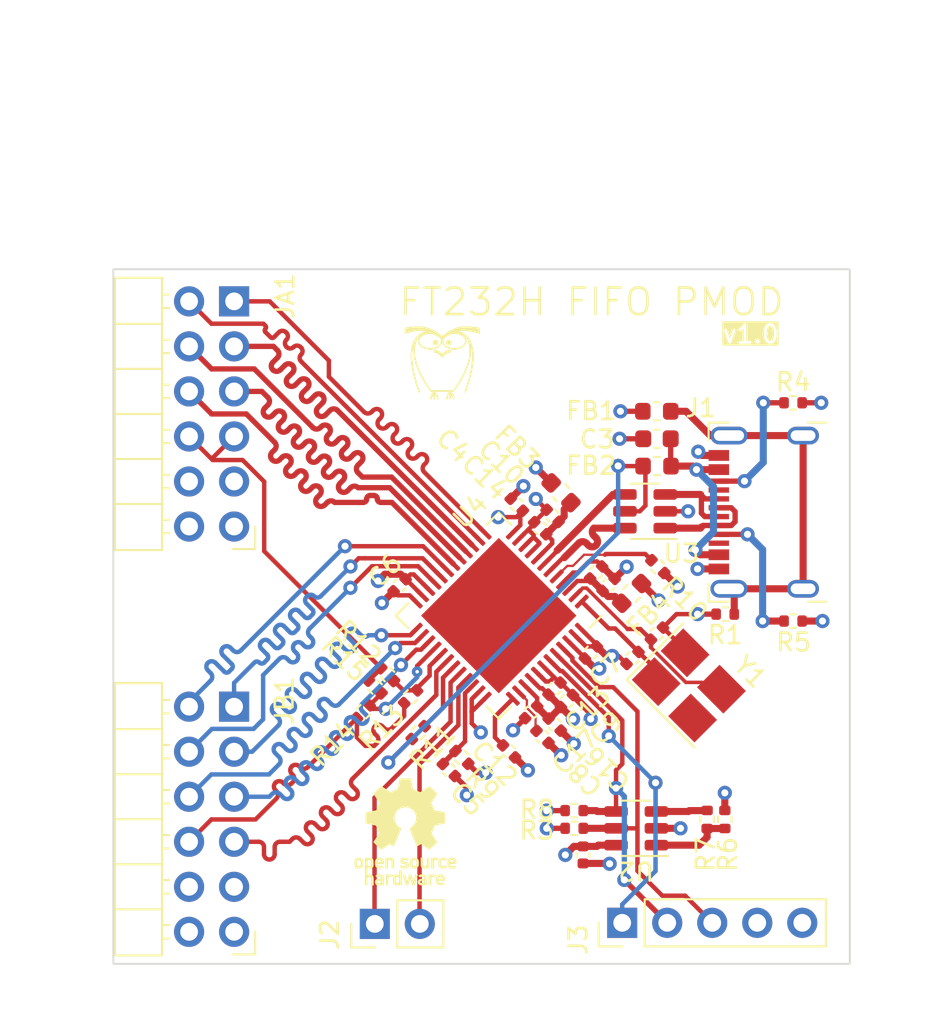
<source format=kicad_pcb>
(kicad_pcb (version 20221018) (generator pcbnew)
  (title_block (comment 4 "AISLER Project ID: ESNSWZJG"))
  (layers (0 "F.Cu" signal) (1 "In1.Cu" signal) (2 "In2.Cu" signal) (31 "B.Cu" signal) (34 "B.Paste" user) (35 "F.Paste" user) (36 "B.SilkS" user "B.Silkscreen") (37 "F.SilkS" user "F.Silkscreen") (38 "B.Mask" user) (39 "F.Mask" user) (44 "Edge.Cuts" user))
  (net 0 "")
  (net 1 "+3V3")
  (net 2 "GND")
  (net 3 "Net-(C3-Pad1)")
  (net 4 "Net-(U4-~{RESET})")
  (net 5 "Net-(U4-VCCCORE)")
  (net 6 "Net-(U4-VPLL)")
  (net 7 "Net-(U4-VPHY)")
  (net 8 "Net-(U4-VCCA)")
  (net 9 "VBUS")
  (net 10 "Net-(J1-CC1)")
  (net 11 "Net-(J1-D+-PadA6)")
  (net 12 "Net-(J1-D--PadA7)")
  (net 14 "Net-(J1-CC2)")
  (net 16 "/ACBUS8")
  (net 17 "/ACBUS9")
  (net 18 "/D0")
  (net 19 "/D1")
  (net 20 "/D2")
  (net 21 "/D3")
  (net 22 "/D4")
  (net 23 "/D5")
  (net 24 "/D6")
  (net 25 "/RXF#")
  (net 26 "/OE#")
  (net 27 "/RD#")
  (net 28 "/TXE#")
  (net 29 "/SIWU#")
  (net 30 "/WR#")
  (net 31 "/D7")
  (net 32 "Net-(J1-SHIELD)")
  (net 33 "/EECS")
  (net 34 "Net-(U2-DO)")
  (net 35 "/EEDATA")
  (net 36 "/EECLK")
  (net 37 "Net-(U4-REF)")
  (net 38 "Net-(U4-ACBUS7)")
  (net 39 "Net-(U4-ACBUS5)")
  (net 40 "/XSCI")
  (net 41 "/D-")
  (net 42 "/D+")
  (net 43 "/XSCO")
  (net 44 "/CLK{slash}SIWU#")
  (net 45 "/CLK")
  (footprint "Connector_PinHeader_2.54mm:PinHeader_1x05_P2.54mm_Vertical" (layer "F.Cu") (at 154.45 108.33 90)
    (fp_text reference "J3")
    (fp_text value "Conn_01x05")
  )
  (footprint "Capacitor_SMD:C_0402_1005Metric" (layer "F.Cu") (at 151.33 95.82 45)
    (fp_text reference "C9")
    (fp_text value "4u7")
  )
  (footprint "Capacitor_SMD:C_0402_1005Metric" (layer "F.Cu") (at 150.525 85.375 135)
    (fp_text reference "C10")
    (fp_text value "4u7")
  )
  (footprint "Resistor_SMD:R_0402_1005Metric" (layer "F.Cu") (at 164.0925 79)
    (fp_text reference "R4")
    (fp_text value "5k1")
  )
  (footprint "Capacitor_SMD:C_0603_1608Metric" (layer "F.Cu") (at 156.41 81.03 180)
    (fp_text reference "C3")
    (fp_text value "220nF")
  )
  (footprint "Inductor_SMD:L_0603_1608Metric" (layer "F.Cu") (at 151 84.075 135)
    (fp_text reference "FB3")
    (fp_text value "WE-CBF 600R /or/ CBG160808U801T")
  )
  (footprint "Resistor_SMD:R_0402_1005Metric" (layer "F.Cu") (at 141.21 94.33 135)
    (fp_text reference "R12")
    (fp_text value "27R")
  )
  (footprint "Inductor_SMD:L_0603_1608Metric" (layer "F.Cu") (at 156.399737 79.48 180)
    (fp_text reference "FB1")
    (fp_text value "WE-CBF 600R /or/ CBG160808U801T")
  )
  (footprint "Capacitor_SMD:C_0402_1005Metric" (layer "F.Cu") (at 148.06 98.66 -45)
    (fp_text reference "C12")
    (fp_text value "100nF")
  )
  (footprint "Capacitor_SMD:C_0402_1005Metric" (layer "F.Cu") (at 150.64 97.15 -45)
    (fp_text reference "C16")
    (fp_text value "4u7")
  )
  (footprint "Capacitor_SMD:C_0402_1005Metric" (layer "F.Cu") (at 152.68 93.08 45)
    (fp_text reference "C7")
    (fp_text value "100nF")
  )
  (footprint "Capacitor_SMD:C_0402_1005Metric" (layer "F.Cu") (at 156.41 92.02 45)
    (fp_text reference "C19" hide)
    (fp_text value "20pF")
  )
  (footprint "Resistor_SMD:R_0402_1005Metric" (layer "F.Cu") (at 151.74 103)
    (fp_text reference "R3")
    (fp_text value "12k")
  )
  (footprint "Resistor_SMD:R_0402_1005Metric" (layer "F.Cu") (at 156.46 88.24 -45)
    (fp_text reference "R10")
    (fp_text value "12k 1%")
  )
  (footprint "local:PinHeaderPMOD_2x06_P2.54mm_Horizontal" (layer "F.Cu") (at 130.011763 73.278971)
    (fp_text reference "JA1")
    (fp_text value "TE 825457-6")
  )
  (footprint "Symbol:OSHW-Logo_5.7x6mm_SilkScreen" (layer "F.Cu") (at 142.21 103.2)
    (fp_text reference "REF**" hide)
    (fp_text value "OSHW-Logo_5.7x6mm_SilkScreen" hide)
  )
  (footprint "Capacitor_SMD:C_0402_1005Metric" (layer "F.Cu") (at 149.31 96.45 -135)
    (fp_text reference "C17")
    (fp_text value "100nF")
  )
  (footprint "Resistor_SMD:R_0402_1005Metric" (layer "F.Cu") (at 139.84 96.42 -135)
    (fp_text reference "R14")
    (fp_text value "0R")
  )
  (footprint "Resistor_SMD:R_0402_1005Metric" (layer "F.Cu") (at 151.74 102)
    (fp_text reference "R8")
    (fp_text value "12k")
  )
  (footprint "Resistor_SMD:R_0402_1005Metric" (layer "F.Cu") (at 160.24 102.5 -90)
    (fp_text reference "R6")
    (fp_text value "12k")
  )
  (footprint "Inductor_SMD:L_0603_1608Metric" (layer "F.Cu") (at 156.415 82.571029)
    (fp_text reference "FB2")
    (fp_text value "WE-CBF 600R /or/ CBG160808U801T")
  )
  (footprint "Capacitor_SMD:C_0402_1005Metric" (layer "F.Cu") (at 148.5 84.75 135)
    (fp_text reference "C4")
    (fp_text value "100nF")
  )
  (footprint "Package_TO_SOT_SMD:SOT-23-6" (layer "F.Cu") (at 155.74 85.12 180)
    (fp_text reference "U3")
    (fp_text value "WE-TVS-82400102 /or/ TPUSBLC6-2SC6")
  )
  (footprint "Resistor_SMD:R_0402_1005Metric" (layer "F.Cu") (at 159.24 102.5 90)
    (fp_text reference "R7")
    (fp_text value "2k2")
  )
  (footprint "Capacitor_SMD:C_0402_1005Metric" (layer "F.Cu") (at 152.98 88.57 45)
    (fp_text reference "C15" hide)
    (fp_text value "100nF")
  )
  (footprint "Resistor_SMD:R_0402_1005Metric" (layer "F.Cu") (at 164.0925 91.311029)
    (fp_text reference "R5")
    (fp_text value "5k1")
  )
  (footprint "Capacitor_SMD:C_0402_1005Metric" (layer "F.Cu") (at 153.68 89.27 45)
    (fp_text reference "C11" hide)
    (fp_text value "4u7")
  )
  (footprint "Capacitor_SMD:C_0402_1005Metric" (layer "F.Cu") (at 141.89 89.29 45)
    (fp_text reference "C6")
    (fp_text value "100nF")
  )
  (footprint "Resistor_SMD:R_0402_1005Metric" (layer "F.Cu") (at 140.51 95.03 135)
    (fp_text reference "R15")
    (fp_text value "0R")
  )
  (footprint "Connector_PinHeader_2.54mm:PinHeader_1x02_P2.54mm_Vertical" (layer "F.Cu") (at 140.49 108.39 90)
    (fp_text reference "J2")
    (fp_text value "dnp")
  )
  (footprint "Capacitor_SMD:C_0402_1005Metric" (layer "F.Cu") (at 150.63 95.12 45)
    (fp_text reference "C13")
    (fp_text value "100nF")
  )
  (footprint "Package_TO_SOT_SMD:SOT-23-6" (layer "F.Cu") (at 155.24 103 180)
    (fp_text reference "U2")
    (fp_text value "93LC56BxxOT")
  )
  (footprint "Resistor_SMD:R_0402_1005Metric" (layer "F.Cu") (at 142.94 97.6 45)
    (fp_text reference "R11")
    (fp_text value "39k")
  )
  (footprint "Resistor_SMD:R_0402_1005Metric" (layer "F.Cu") (at 142.51 95.58 45)
    (fp_text reference "R13")
    (fp_text value "27R")
  )
  (footprint "Resistor_SMD:R_0402_1005Metric" (layer "F.Cu") (at 160.260263 90.92 180)
    (fp_text reference "R1")
    (fp_text value "1M")
  )
  (footprint "Package_DFN_QFN:QFN-48-1EP_8x8mm_P0.5mm_EP6.2x6.2mm" (layer "F.Cu") (at 147.484582 91.004505 -135)
    (fp_text reference "U4")
    (fp_text value "FT232H")
  )
  (footprint "Resistor_SMD:R_0402_1005Metric" (layer "F.Cu") (at 145.4 99 135)
    (fp_text reference "R9")
    (fp_text value "12k")
  )
  (footprint "Capacitor_SMD:C_0402_1005Metric" (layer "F.Cu") (at 144.67 99.71 -45)
    (fp_text reference "C5")
    (fp_text value "10nF")
  )
  (footprint "Capacitor_SMD:C_0402_1005Metric" (layer "F.Cu") (at 149.95 97.84 -45)
    (fp_text reference "C8")
    (fp_text value "100nF")
  )
  (footprint "Capacitor_SMD:C_0402_1005Metric" (layer "F.Cu") (at 155.03 93.39 -135)
    (fp_text reference "C18" hide)
    (fp_text value "20pF")
  )
  (footprint "local:wuerth_629722000214" (layer "F.Cu") (at 162.31 85.17 90)
    (fp_text reference "J1")
    (fp_text value "WR-COM USB 2.0 Type C Receptacle Horizontal SMT /or/ GT-USB-7010H")
  )
  (footprint "Capacitor_SMD:C_0402_1005Metric" (layer "F.Cu") (at 149.825 86.075 135)
    (fp_text reference "C14")
    (fp_text value "100nF")
  )
  (footprint "Inductor_SMD:L_0603_1608Metric" (layer "F.Cu") (at 154.98 89.75 45)
    (fp_text reference "FB4")
    (fp_text value "WE-CBF 600R /or/ CBG160808U801T")
  )
  (footprint "local:PinHeaderPMOD_2x06_P2.54mm_Horizontal" (layer "F.Cu") (at 130.011763 96.138971)
    (fp_text reference "JB1")
    (fp_text value "TE 825457-6")
  )
  (footprint "Capacitor_SMD:C_0402_1005Metric" (layer "F.Cu") (at 152.24 104.5 -90)
    (fp_text reference "C2" hide)
    (fp_text value "100nF")
  )
  (footprint "Crystal:Crystal_SMD_3225-4Pin_3.2x2.5mm_HandSoldering" (layer "F.Cu") (at 158.21 94.94 -45)
    (fp_text reference "Y1")
    (fp_text value "12MHz")
  )
  (gr_poly (pts (xy 144.714455 76.061875) (xy 144.724304 76.062274) (xy 144.731551 76.062837) (xy 144.737553 76.063557) (xy 144.736853 76.132444) (xy 144.712962 76.133638) (xy 144.685977 76.136918) (xy 144.669563 76.13975) (xy 144.651522 76.143575) (xy 144.632093 76.148541) (xy 144.611517 76.154799) (xy 144.590032 76.162497) (xy 144.56788 76.171783) (xy 144.545299 76.182807) (xy 144.522529 76.195717) (xy 144.499811 76.210663) (xy 144.477384 76.227793) (xy 144.455801 76.246036) (xy 144.435466 76.264128) (xy 144.4164 76.281927) (xy 144.398623 76.299292) (xy 144.382154 76.316082) (xy 144.367013 76.332154) (xy 144.35322 76.347367) (xy 144.340794 76.36158) (xy 144.329756 76.374651) (xy 144.320126 76.386438) (xy 144.305166 76.405596) (xy 144.293009 76.422281) (xy 144.280851 76.405596) (xy 144.265891 76.386438) (xy 144.256261 76.374651) (xy 144.245223 76.36158) (xy 144.232798 76.347367) (xy 144.219005 76.332154) (xy 144.203864 76.316082) (xy 144.187394 76.299292) (xy 144.169617 76.281927) (xy 144.150551 76.264128) (xy 144.130217 76.246036) (xy 144.108633 76.227793) (xy 144.086206 76.210663) (xy 144.063488 76.195717) (xy 144.040719 76.182807) (xy 144.018138 76.171783) (xy 143.995985 76.162497) (xy 143.974501 76.154799) (xy 143.953924 76.148541) (xy 143.934495 76.143575) (xy 143.916454 76.13975) (xy 143.900041 76.136918) (xy 143.873055 76.133638) (xy 143.849164 76.132444) (xy 143.848464 76.063557) (xy 143.854467 76.062837) (xy 143.861713 76.062274) (xy 143.871563 76.061875) (xy 143.883845 76.061863) (xy 143.898388 76.062464) (xy 143.915023 76.063901) (xy 143.933578 76.066399) (xy 143.943522 76.068116) (xy 143.953882 76.070182) (xy 143.964637 76.072625) (xy 143.975766 76.075474) (xy 143.987247 76.078757) (xy 143.999059 76.082501) (xy 144.01118 76.086734) (xy 144.023589 76.091485) (xy 144.036265 76.096782) (xy 144.049186 76.102652) (xy 144.062332 76.109124) (xy 144.075681 76.116225) (xy 144.089211 76.123985) (xy 144.102901 76.13243) (xy 144.11673 76.141589) (xy 144.130677 76.151489) (xy 144.157106 76.171286) (xy 144.180521 76.189574) (xy 144.201103 76.206386) (xy 144.219033 76.221753) (xy 144.23449 76.235707) (xy 144.247656 76.24828) (xy 144.258711 76.259505) (xy 144.267836 76.269412) (xy 144.27521 76.278035) (xy 144.281016 76.285404) (xy 144.288642 76.296511) (xy 144.292158 76.302987) (xy 144.293009 76.30509) (xy 144.29386 76.302987) (xy 144.297376 76.296511) (xy 144.305002 76.285404) (xy 144.310807 76.278035) (xy 144.318182 76.269412) (xy 144.327306 76.259505) (xy 144.338361 76.24828) (xy 144.351527 76.235707) (xy 144.366984 76.221753) (xy 144.384914 76.206386) (xy 144.405496 76.189574) (xy 144.428911 76.171286) (xy 144.455341 76.151489) (xy 144.469287 76.141589) (xy 144.483116 76.13243) (xy 144.496807 76.123985) (xy 144.510337 76.116225) (xy 144.523685 76.109124) (xy 144.536831 76.102652) (xy 144.549752 76.096782) (xy 144.562428 76.091485) (xy 144.574838 76.086734) (xy 144.586959 76.082501) (xy 144.59877 76.078757) (xy 144.610251 76.075474) (xy 144.62138 76.072625) (xy 144.632135 76.070182) (xy 144.642495 76.068116) (xy 144.65244 76.066399) (xy 144.670995 76.063901) (xy 144.687629 76.062464) (xy 144.702173 76.061863)) (stroke (width 0.092604)) (fill solid) (layer "F.SilkS"))
  (gr_poly (pts (xy 144.293009 75.39147) (xy 144.293006 75.391472) (xy 144.293006 75.391468)) (stroke (width 0.092604)) (fill solid) (layer "F.SilkS"))
  (gr_poly (pts (xy 145.114996 74.967049) (xy 145.145889 74.968074) (xy 145.176211 74.97008) (xy 145.205958 74.973055) (xy 145.235127 74.976991) (xy 145.263715 74.981878) (xy 145.291718 74.987705) (xy 145.319133 74.994462) (xy 145.345957 75.00214) (xy 145.372187 75.010728) (xy 145.397819 75.020216) (xy 145.42285 75.030596) (xy 145.447276 75.041855) (xy 145.471096 75.053985) (xy 145.494304 75.066976) (xy 145.516899 75.080817) (xy 145.538876 75.095499) (xy 145.560233 75.111011) (xy 145.580966 75.127344) (xy 145.601071 75.144488) (xy 145.620547 75.162432) (xy 145.639388 75.181167) (xy 145.657593 75.200682) (xy 145.675158 75.220969) (xy 145.708376 75.263687) (xy 145.739075 75.309111) (xy 145.767279 75.357155) (xy 145.793014 75.407735) (xy 145.816306 75.460764) (xy 145.837179 75.516159) (xy 145.85566 75.573833) (xy 145.871774 75.633701) (xy 145.885546 75.695679) (xy 145.897002 75.75968) (xy 145.906166 75.82562) (xy 145.913066 75.893414) (xy 145.917725 75.962976) (xy 145.92017 76.03422) (xy 145.920425 76.107063) (xy 145.918517 76.181418) (xy 145.9122 76.277561) (xy 145.901079 76.374221) (xy 145.885484 76.471169) (xy 145.865747 76.568174) (xy 145.842198 76.665003) (xy 145.81517 76.761427) (xy 145.784993 76.857213) (xy 145.751997 76.952132) (xy 145.716515 77.045952) (xy 145.678878 77.138441) (xy 145.639416 77.22937) (xy 145.598461 77.318507) (xy 145.513395 77.49048) (xy 145.42633 77.652512) (xy 145.38285 77.729231) (xy 145.339813 77.80278) (xy 145.297542 77.872912) (xy 145.256365 77.939383) (xy 145.216609 78.001947) (xy 145.178598 78.060359) (xy 145.142659 78.114372) (xy 145.109118 78.163743) (xy 145.050536 78.24757) (xy 145.005462 78.309879) (xy 144.966271 78.362082) (xy 144.951913 78.379855) (xy 143.633944 78.379855) (xy 143.619586 78.362082) (xy 143.580395 78.309879) (xy 143.535321 78.247571) (xy 143.476739 78.163743) (xy 143.40726 78.06036) (xy 143.329492 77.939384) (xy 143.246044 77.80278) (xy 143.159527 77.652512) (xy 143.072462 77.49048) (xy 142.987396 77.318507) (xy 142.906979 77.138441) (xy 142.869342 77.045952) (xy 142.83386 76.952132) (xy 142.800865 76.857213) (xy 142.770687 76.761427) (xy 142.743659 76.665003) (xy 142.72011 76.568174) (xy 142.700373 76.471169) (xy 142.684778 76.374221) (xy 142.673657 76.277561) (xy 142.66734 76.181418) (xy 142.665432 76.107063) (xy 142.665687 76.03422) (xy 142.668132 75.962976) (xy 142.672791 75.893414) (xy 142.679691 75.82562) (xy 142.688855 75.75968) (xy 142.700311 75.695678) (xy 142.714083 75.633701) (xy 142.730197 75.573832) (xy 142.748678 75.516158) (xy 142.769551 75.460764) (xy 142.792843 75.407734) (xy 142.818578 75.357154) (xy 142.846782 75.30911) (xy 142.877481 75.263687) (xy 142.910699 75.220969) (xy 142.928264 75.200685) (xy 142.946471 75.181177) (xy 142.965316 75.162455) (xy 142.984795 75.144526) (xy 143.004906 75.127401) (xy 143.025645 75.111089) (xy 143.047008 75.095599) (xy 143.068994 75.080939) (xy 143.091597 75.067121) (xy 143.114815 75.054152) (xy 143.138645 75.042042) (xy 143.163083 75.0308) (xy 143.188126 75.020436) (xy 143.213771 75.010958) (xy 143.240014 75.002376) (xy 143.266852 74.994699) (xy 143.266857 74.994699) (xy 143.294283 74.987938) (xy 143.322291 74.982102) (xy 143.350879 74.977203) (xy 143.380044 74.973251) (xy 143.409783 74.970257) (xy 143.440093 74.968232) (xy 143.470973 74.967186) (xy 143.50242 74.967129) (xy 143.53443 74.968073) (xy 143.567003 74.970028) (xy 143.600134 74.973005) (xy 143.633821 74.977014) (xy 143.668062 74.982066) (xy 143.702855 74.988171) (xy 143.738196 74.995341) (xy 143.774084 75.003586) (xy 143.752209 75.09382) (xy 143.685551 75.079264) (xy 143.653233 75.073447) (xy 143.621581 75.068591) (xy 143.59059 75.064685) (xy 143.560252 75.061718) (xy 143.530563 75.059681) (xy 143.501516 75.058563) (xy 143.473105 75.058353) (xy 143.445325 75.059042) (xy 143.41817 75.060618) (xy 143.391634 75.063072) (xy 143.365711 75.066393) (xy 143.340395 75.070571) (xy 143.31568 75.075595) (xy 143.29156 75.081455) (xy 143.26803 75.08814) (xy 143.245083 75.095641) (xy 143.222714 75.103947) (xy 143.200917 75.113047) (xy 143.179685 75.122931) (xy 143.159013 75.133589) (xy 143.138896 75.14501) (xy 143.119326 75.157184) (xy 143.100299 75.170101) (xy 143.081809 75.183751) (xy 143.063848 75.198122) (xy 143.046413 75.213204) (xy 143.029496 75.228988) (xy 143.013092 75.245462) (xy 142.997195 75.262617) (xy 142.981798 75.280441) (xy 142.952515 75.318189) (xy 142.925262 75.358754) (xy 142.900044 75.402058) (xy 142.876868 75.44802) (xy 142.85574 75.496561) (xy 142.836666 75.547601) (xy 142.819654 75.601062) (xy 142.804708 75.656864) (xy 142.791836 75.714926) (xy 142.781044 75.77517) (xy 142.772337 75.837517) (xy 142.765723 75.901886) (xy 142.761207 75.968198) (xy 142.758796 76.036374) (xy 142.758496 76.106335) (xy 142.760314 76.178) (xy 142.766358 76.269375) (xy 142.777068 76.361662) (xy 142.792127 76.454606) (xy 142.81122 76.547954) (xy 142.834031 76.641454) (xy 142.860246 76.734851) (xy 142.889549 76.827891) (xy 142.921625 76.920322) (xy 142.956158 77.011889) (xy 142.992832 77.10234) (xy 143.031333 77.19142) (xy 143.071345 77.278877) (xy 143.154641 77.447904) (xy 143.240197 77.607395) (xy 143.281789 77.680836) (xy 143.322737 77.750938) (xy 143.362779 77.817531) (xy 143.401652 77.880445) (xy 143.439092 77.939512) (xy 143.474836 77.994562) (xy 143.508622 78.045426) (xy 143.540185 78.091934) (xy 143.595592 78.171207) (xy 143.638953 78.231026) (xy 143.681115 78.286887) (xy 144.904748 78.286887) (xy 144.94691 78.231027) (xy 144.990271 78.171207) (xy 145.045678 78.091934) (xy 145.111026 77.994562) (xy 145.18421 77.880445) (xy 145.263125 77.750938) (xy 145.345666 77.607395) (xy 145.431251 77.447904) (xy 145.514624 77.278877) (xy 145.593247 77.10234) (xy 145.629983 77.011889) (xy 145.664579 76.920322) (xy 145.696719 76.827891) (xy 145.726083 76.734851) (xy 145.752356 76.641454) (xy 145.77522 76.547954) (xy 145.794356 76.454606) (xy 145.809449 76.361662) (xy 145.82018 76.269375) (xy 145.826232 76.178) (xy 145.828042 76.106335) (xy 145.82772 76.036374) (xy 145.825276 75.968198) (xy 145.820716 75.901886) (xy 145.81405 75.837517) (xy 145.805286 75.77517) (xy 145.794432 75.714926) (xy 145.781496 75.656864) (xy 145.766487 75.601062) (xy 145.749412 75.547601) (xy 145.730281 75.496561) (xy 145.709102 75.44802) (xy 145.685882 75.402058) (xy 145.66063 75.358754) (xy 145.633355 75.318189) (xy 145.604064 75.280441) (xy 145.572771 75.245462) (xy 145.53945 75.213204) (xy 145.504054 75.183751) (xy 145.466536 75.157184) (xy 145.426849 75.133589) (xy 145.384946 75.113047) (xy 145.340779 75.095641) (xy 145.294302 75.081455) (xy 145.245468 75.070571) (xy 145.194228 75.063072) (xy 145.140537 75.059042) (xy 145.084347 75.058563) (xy 145.025611 75.061718) (xy 144.964281 75.068591) (xy 144.900311 75.079264) (xy 144.833654 75.09382) (xy 144.811779 75.003586) (xy 144.883016 74.988162) (xy 144.952072 74.976978) (xy 144.985774 74.972952) (xy 145.01892 74.969956) (xy 145.051508 74.96798) (xy 145.083535 74.967015)) (fill solid) (layer "F.SilkS"))
  (gr_poly (pts (xy 144.675092 75.487604) (xy 144.680881 75.488044) (xy 144.686587 75.488769) (xy 144.6922 75.489772) (xy 144.697716 75.491045) (xy 144.703125 75.492581) (xy 144.708422 75.494373) (xy 144.713599 75.496414) (xy 144.718649 75.498697) (xy 144.723565 75.501215) (xy 144.728338 75.50396) (xy 144.732964 75.506925) (xy 144.737433 75.510103) (xy 144.74174 75.513488) (xy 144.745876 75.517071) (xy 144.749836 75.520845) (xy 144.75361 75.524805) (xy 144.757193 75.528941) (xy 144.760578 75.533248) (xy 144.763756 75.537717) (xy 144.766721 75.542342) (xy 144.769466 75.547116) (xy 144.771984 75.552032) (xy 144.774267 75.557082) (xy 144.776308 75.562259) (xy 144.7781 75.567555) (xy 144.779636 75.572965) (xy 144.780909 75.578481) (xy 144.781912 75.584094) (xy 144.782637 75.5898) (xy 144.783077 75.595589) (xy 144.783225 75.601455) (xy 144.783077 75.607322) (xy 144.782637 75.613111) (xy 144.781912 75.618816) (xy 144.780909 75.62443) (xy 144.779636 75.629946) (xy 144.7781 75.635355) (xy 144.776308 75.640652) (xy 144.774267 75.645829) (xy 144.771984 75.650879) (xy 144.769466 75.655794) (xy 144.766721 75.660568) (xy 144.763756 75.665194) (xy 144.760578 75.669663) (xy 144.757193 75.67397) (xy 144.75361 75.678106) (xy 144.749836 75.682065) (xy 144.745876 75.68584) (xy 144.74174 75.689423) (xy 144.737433 75.692807) (xy 144.732964 75.695986) (xy 144.728338 75.698951) (xy 144.723565 75.701696) (xy 144.718649 75.704214) (xy 144.713599 75.706497) (xy 144.708422 75.708538) (xy 144.703125 75.71033) (xy 144.697716 75.711866) (xy 144.6922 75.713139) (xy 144.686587 75.714142) (xy 144.680881 75.714867) (xy 144.675092 75.715307) (xy 144.669226 75.715455) (xy 144.663359 75.715307) (xy 144.65757 75.714867) (xy 144.651865 75.714142) (xy 144.646251 75.713139) (xy 144.640735 75.711866) (xy 144.635326 75.71033) (xy 144.630029 75.708538) (xy 144.624852 75.706497) (xy 144.619802 75.704214) (xy 144.614887 75.701696) (xy 144.610113 75.698951) (xy 144.605487 75.695986) (xy 144.601018 75.692808) (xy 144.596711 75.689424) (xy 144.592575 75.685841) (xy 144.588616 75.682066) (xy 144.584841 75.678107) (xy 144.581258 75.67397) (xy 144.577873 75.669664) (xy 144.574695 75.665194) (xy 144.57173 75.660569) (xy 144.568985 75.655795) (xy 144.566467 75.65088) (xy 144.564184 75.64583) (xy 144.562143 75.640653) (xy 144.560351 75.635356) (xy 144.558815 75.629946) (xy 144.557542 75.624431) (xy 144.556539 75.618817) (xy 144.555814 75.613111) (xy 144.555374 75.607322) (xy 144.555226 75.601455) (xy 144.555374 75.595589) (xy 144.555814 75.5898) (xy 144.556539 75.584094) (xy 144.557542 75.578481) (xy 144.558815 75.572965) (xy 144.560351 75.567555) (xy 144.562143 75.562259) (xy 144.564184 75.557082) (xy 144.566467 75.552032) (xy 144.568985 75.547116) (xy 144.57173 75.542342) (xy 144.574695 75.537717) (xy 144.577873 75.533248) (xy 144.581258 75.528941) (xy 144.584841 75.524805) (xy 144.588616 75.520845) (xy 144.592575 75.517071) (xy 144.596711 75.513488) (xy 144.601018 75.510103) (xy 144.605487 75.506925) (xy 144.610113 75.50396) (xy 144.614887 75.501215) (xy 144.619802 75.498697) (xy 144.624852 75.496414) (xy 144.630029 75.494373) (xy 144.635326 75.492581) (xy 144.640735 75.491045) (xy 144.646251 75.489772) (xy 144.651865 75.488769) (xy 144.65757 75.488044) (xy 144.663359 75.487604) (xy 144.669226 75.487455)) (stroke (width 0.092604)) (fill solid) (layer "F.SilkS"))
  (gr_poly (pts (xy 143.591049 74.963531) (xy 143.625597 74.965348) (xy 143.660639 74.968127) (xy 143.696172 74.971878) (xy 143.73219 74.976608) (xy 143.768691 74.982324) (xy 143.805669 74.989035) (xy 143.843121 74.996749) (xy 143.823297 75.087667) (xy 143.753088 75.073956) (xy 143.685214 75.063916) (xy 143.619645 75.05749) (xy 143.55635 75.054622) (xy 143.495301 75.055254) (xy 143.436466 75.05933) (xy 143.379816 75.066793) (xy 143.325321 75.077587) (xy 143.272951 75.091654) (xy 143.222676 75.108938) (xy 143.174465 75.129383) (xy 143.12829 75.152931) (xy 143.084119 75.179525) (xy 143.041923 75.20911) (xy 143.001672 75.241628) (xy 142.963336 75.277022) (xy 142.926881 75.315333) (xy 142.8923 75.356606) (xy 142.859599 75.400796) (xy 142.828788 75.447857) (xy 142.799873 75.497742) (xy 142.772862 75.550405) (xy 142.747764 75.605801) (xy 142.724587 75.663882) (xy 142.703337 75.724604) (xy 142.684023 75.787919) (xy 142.666653 75.853782) (xy 142.651235 75.922147) (xy 142.637776 75.992967) (xy 142.626284 76.066196) (xy 142.616768 76.141789) (xy 142.609234 76.219698) (xy 142.604672 76.296172) (xy 142.60323 76.375775) (xy 142.604715 76.458138) (xy 142.608934 76.542891) (xy 142.615696 76.629667) (xy 142.624806 76.718096) (xy 142.649303 76.898438) (xy 142.680882 77.080968) (xy 142.718002 77.262734) (xy 142.759119 77.440788) (xy 142.802692 77.612178) (xy 142.824902 77.694459) (xy 142.847114 77.773992) (xy 142.890752 77.923398) (xy 142.932022 78.057572) (xy 142.969341 78.173687) (xy 143.001124 78.268918) (xy 143.025787 78.340438) (xy 143.047418 78.401046) (xy 142.959918 78.433176) (xy 142.881257 78.203382) (xy 142.843638 78.086048) (xy 142.802018 77.950482) (xy 142.757989 77.799548) (xy 142.713141 77.636105) (xy 142.669034 77.463039) (xy 142.627258 77.283133) (xy 142.589444 77.099105) (xy 142.557226 76.913669) (xy 142.532234 76.729543) (xy 142.522959 76.63882) (xy 142.516103 76.549442) (xy 142.51187 76.46175) (xy 142.510464 76.376082) (xy 142.512089 76.292779) (xy 142.516949 76.21218) (xy 142.524722 76.131646) (xy 142.534554 76.053223) (xy 142.546466 75.976971) (xy 142.560473 75.90295) (xy 142.576593 75.83122) (xy 142.594844 75.761843) (xy 142.615243 75.694878) (xy 142.637808 75.630386) (xy 142.662556 75.568427) (xy 142.689505 75.509062) (xy 142.718673 75.452351) (xy 142.750076 75.398353) (xy 142.783732 75.347131) (xy 142.819659 75.298743) (xy 142.857874 75.253251) (xy 142.898395 75.210715) (xy 142.919519 75.1906) (xy 142.941211 75.171296) (xy 142.963469 75.15281) (xy 142.986289 75.135146) (xy 143.009669 75.11831) (xy 143.033607 75.102306) (xy 143.0581 75.08714) (xy 143.083145 75.072818) (xy 143.108739 75.059345) (xy 143.134881 75.046725) (xy 143.161568 75.034964) (xy 143.188797 75.024068) (xy 143.216565 75.014041) (xy 143.244871 75.004889) (xy 143.27371 74.996617) (xy 143.303082 74.98923) (xy 143.332987 74.982732) (xy 143.363424 74.977125) (xy 143.39439 74.972419) (xy 143.42588 74.968622) (xy 143.457891 74.96574) (xy 143.490417 74.963782) (xy 143.523455 74.962756) (xy 143.557001 74.96267)) (fill solid) (layer "F.SilkS"))
  (gr_poly (pts (xy 143.843802 78.37372) (xy 143.890286 78.37372) (xy 143.887557 78.816006) (xy 143.795272 78.815306) (xy 143.796637 78.584251) (xy 143.787077 78.597385) (xy 143.77755 78.609614) (xy 143.758916 78.632292) (xy 143.74138 78.654142) (xy 143.733225 78.665337) (xy 143.725586 78.677022) (xy 143.718544 78.689429) (xy 143.712179 78.702789) (xy 143.706572 78.717336) (xy 143.704078 78.725127) (xy 143.701804 78.733301) (xy 143.69976 78.741888) (xy 143.697955 78.750917) (xy 143.696401 78.760416) (xy 143.695106 78.770415) (xy 143.694082 78.780943) (xy 143.693338 78.792029) (xy 143.692731 78.81599) (xy 143.599762 78.81599) (xy 143.600254 78.791627) (xy 143.601692 78.767909) (xy 143.604019 78.744839) (xy 143.607175 78.722421) (xy 143.611104 78.700658) (xy 143.615746 78.679554) (xy 143.621045 78.659112) (xy 143.626942 78.639336) (xy 143.63338 78.62023) (xy 143.6403 78.601797) (xy 143.647645 78.58404) (xy 143.655356 78.566964) (xy 143.663376 78.550571) (xy 143.671646 78.534865) (xy 143.680109 78.51985) (xy 143.688707 78.505529) (xy 143.697381 78.491906) (xy 143.706075 78.478985) (xy 143.723287 78.45526) (xy 143.739879 78.434382) (xy 143.755388 78.416381) (xy 143.76935 78.401284) (xy 143.781302 78.38912) (xy 143.79732 78.373704) (xy 143.797822 78.373001) (xy 143.798547 78.371679) (xy 143.800523 78.367546) (xy 143.802967 78.362037) (xy 143.805598 78.355887) (xy 143.812359 78.339523)) (fill solid) (layer "F.SilkS"))
  (gr_poly (pts (xy 145.719933 74.737387) (xy 145.813866 74.74058) (xy 145.989982 74.753248) (xy 146.142833 74.77067) (xy 146.2633 74.788497) (xy 146.370616 74.807975) (xy 146.372541 75.068408) (xy 146.351942 75.060171) (xy 146.293377 75.038673) (xy 146.251371 75.02446) (xy 146.20169 75.008739) (xy 146.14494 74.992116) (xy 146.081726 74.975192) (xy 146.012654 74.95857) (xy 145.93833 74.942853) (xy 145.859359 74.928645) (xy 145.776347 74.916547) (xy 145.6899 74.907164) (xy 145.645577 74.903678) (xy 145.600623 74.901097) (xy 145.555112 74.899496) (xy 145.509121 74.89895) (xy 145.462726 74.899535) (xy 145.416001 74.901326) (xy 145.368799 74.905002) (xy 145.321011 74.911082) (xy 145.224227 74.929795) (xy 145.126741 74.95614) (xy 145.029646 74.988796) (xy 144.934036 75.02644) (xy 144.841004 75.06775) (xy 144.751644 75.111402) (xy 144.667048 75.156075) (xy 144.516524 75.24319) (xy 144.398178 75.318515) (xy 144.293011 75.391468) (xy 144.293009 75.296087) (xy 144.293007 75.296085) (xy 144.313215 75.277837) (xy 144.370725 75.228859) (xy 144.412005 75.195553) (xy 144.460856 75.157812) (xy 144.516693 75.116718) (xy 144.578931 75.073354) (xy 144.646985 75.028801) (xy 144.720271 74.984142) (xy 144.798204 74.94046) (xy 144.83873 74.919323) (xy 144.880198 74.898836) (xy 144.922536 74.879134) (xy 144.96567 74.860353) (xy 145.009528 74.842627) (xy 145.054035 74.826093) (xy 145.099119 74.810885) (xy 145.144707 74.797138) (xy 145.190726 74.784989) (xy 145.237102 74.774571) (xy 145.331625 74.758236) (xy 145.428309 74.746894) (xy 145.526015 74.74) (xy 145.623603 74.737012)) (stroke (width 0.092604)) (fill solid) (layer "F.SilkS"))
  (gr_poly (pts (xy 145.005622 75.024692) (xy 145.040441 75.026472) (xy 145.074782 75.029409) (xy 145.108604 75.03348) (xy 145.141867 75.038661) (xy 145.17453 75.044929) (xy 145.206552 75.05226) (xy 145.237891 75.06063) (xy 145.268508 75.070016) (xy 145.29836 75.080395) (xy 145.327408 75.091742) (xy 145.355609 75.104034) (xy 145.382924 75.117247) (xy 145.40931 75.131358) (xy 145.434728 75.146344) (xy 145.459137 75.16218) (xy 145.482506 75.178882) (xy 145.504795 75.196459) (xy 145.525943 75.214879) (xy 145.545894 75.234106) (xy 145.564587 75.254107) (xy 145.581963 75.274849) (xy 145.597965 75.296298) (xy 145.612532 75.318421) (xy 145.625606 75.341183) (xy 145.637128 75.364551) (xy 145.647039 75.388491) (xy 145.65528 75.41297) (xy 145.661792 75.437954) (xy 145.666517 75.463409) (xy 145.669395 75.489301) (xy 145.670367 75.515598) (xy 145.670123 75.528792) (xy 145.669395 75.541886) (xy 145.66819 75.554876) (xy 145.666517 75.567757) (xy 145.664382 75.580526) (xy 145.661792 75.593179) (xy 145.658756 75.605711) (xy 145.65528 75.618119) (xy 145.651372 75.630398) (xy 145.647039 75.642546) (xy 145.642288 75.654557) (xy 145.637128 75.666428) (xy 145.625606 75.689734) (xy 145.612532 75.712433) (xy 145.597965 75.734491) (xy 145.581963 75.755879) (xy 145.564587 75.776563) (xy 145.545894 75.796513) (xy 145.525943 75.815696) (xy 145.504795 75.834082) (xy 145.482506 75.851637) (xy 145.459137 75.868332) (xy 145.434728 75.884168) (xy 145.40931 75.899153) (xy 145.382924 75.913264) (xy 145.355609 75.926478) (xy 145.327408 75.93877) (xy 145.29836 75.950117) (xy 145.268508 75.960495) (xy 145.237891 75.969882) (xy 145.206552 75.978252) (xy 145.17453 75.985583) (xy 145.141867 75.991851) (xy 145.108604 75.997032) (xy 145.074782 76.001103) (xy 145.040441 76.00404) (xy 145.005622 76.00582) (xy 144.970367 76.006418) (xy 144.935112 76.00582) (xy 144.900294 76.00404) (xy 144.865953 76.001103) (xy 144.83213 75.997032) (xy 144.798867 75.991851) (xy 144.766204 75.985583) (xy 144.734183 75.978252) (xy 144.702843 75.969882) (xy 144.672227 75.960495) (xy 144.642374 75.950117) (xy 144.613327 75.93877) (xy 144.585126 75.926478) (xy 144.557811 75.913264) (xy 144.531424 75.899153) (xy 144.506006 75.884168) (xy 144.481598 75.868332) (xy 144.460974 75.853441) (xy 144.441604 75.83772) (xy 144.423471 75.821212) (xy 144.406558 75.80396) (xy 144.390851 75.786006) (xy 144.376332 75.767395) (xy 144.362985 75.748168) (xy 144.350793 75.72837) (xy 144.339742 75.708043) (xy 144.329814 75.68723) (xy 144.320993 75.665975) (xy 144.313263 75.644319) (xy 144.306607 75.622307) (xy 144.30101 75.599982) (xy 144.296455 75.577386) (xy 144.292926 75.554562) (xy 144.289397 75.577386) (xy 144.284843 75.599982) (xy 144.279246 75.622307) (xy 144.27259 75.644319) (xy 144.26486 75.665975) (xy 144.256039 75.68723) (xy 144.246111 75.708043) (xy 144.235059 75.72837) (xy 144.222868 75.748168) (xy 144.209521 75.767395) (xy 144.195002 75.786006) (xy 144.179294 75.80396) (xy 144.162381 75.821212) (xy 144.144248 75.83772) (xy 144.124878 75.853441) (xy 144.104254 75.868332) (xy 144.079846 75.884168) (xy 144.054428 75.899153) (xy 144.028041 75.913264) (xy 144.000726 75.926478) (xy 143.972525 75.93877) (xy 143.943477 75.950117) (xy 143.913625 75.960495) (xy 143.883009 75.969882) (xy 143.851669 75.978252) (xy 143.819647 75.985583) (xy 143.786985 75.991851) (xy 143.753721 75.997032) (xy 143.719899 76.001103) (xy 143.685558 76.00404) (xy 143.650739 76.00582) (xy 143.615484 76.006418) (xy 143.580237 76.00582) (xy 143.54544 76.00404) (xy 143.511133 76.001103) (xy 143.477354 75.997032) (xy 143.444143 75.991851) (xy 143.411538 75.985583) (xy 143.379578 75.978252) (xy 143.348302 75.969882) (xy 143.317749 75.960495) (xy 143.287959 75.950117) (xy 143.258969 75.93877) (xy 143.23082 75.926478) (xy 143.203549 75.913264) (xy 143.177196 75.899153) (xy 143.151799 75.884168) (xy 143.127399 75.868332) (xy 143.104022 75.851637) (xy 143.081711 75.834082) (xy 143.060529 75.815696) (xy 143.040535 75.796513) (xy 143.02179 75.776563) (xy 143.004356 75.755879) (xy 142.988293 75.734491) (xy 142.973662 75.712433) (xy 142.960524 75.689734) (xy 142.94894 75.666428) (xy 142.938971 75.642546) (xy 142.930679 75.618119) (xy 142.924123 75.593179) (xy 142.919364 75.567757) (xy 142.916465 75.541886) (xy 142.915484 75.515598) (xy 143.00777 75.515598) (xy 143.007952 75.525372) (xy 143.008496 75.535101) (xy 143.009399 75.544782) (xy 143.010659 75.554413) (xy 143.012273 75.56399) (xy 143.014238 75.573511) (xy 143.016551 75.582972) (xy 143.019209 75.592372) (xy 143.02221 75.601706) (xy 143.02555 75.610972) (xy 143.03324 75.629289) (xy 143.042255 75.647299) (xy 143.052573 75.664979) (xy 143.064172 75.682307) (xy 143.07703 75.699258) (xy 143.091123 75.71581) (xy 143.106431 75.731939) (xy 143.12293 75.747623) (xy 143.140598 75.762838) (xy 143.159413 75.777561) (xy 143.179352 75.79177) (xy 143.200371 75.805398) (xy 143.222414 75.818377) (xy 143.24544 75.830675) (xy 143.269408 75.84226) (xy 143.294275 75.853101) (xy 143.320003 75.863165) (xy 143.346548 75.872421) (xy 143.37387 75.880837) (xy 143.401928 75.888382) (xy 143.430681 75.895023) (xy 143.460088 75.90073) (xy 143.490107 75.905471) (xy 143.520697 75.909213) (xy 143.551817 75.911925) (xy 143.583427 75.913576) (xy 143.615484 75.914133) (xy 143.64755 75.913576) (xy 143.679181 75.911925) (xy 143.710335 75.909213) (xy 143.740969 75.905471) (xy 143.77104 75.90073) (xy 143.800504 75.895023) (xy 143.829319 75.888382) (xy 143.857441 75.880837) (xy 143.884827 75.872421) (xy 143.911434 75.863165) (xy 143.937219 75.853101) (xy 143.962138 75.84226) (xy 143.986149 75.830675) (xy 144.009209 75.818377) (xy 144.031274 75.805398) (xy 144.052301 75.79177) (xy 144.072232 75.777561) (xy 144.091025 75.762838) (xy 144.10866 75.747623) (xy 144.125115 75.731939) (xy 144.140371 75.71581) (xy 144.154407 75.699258) (xy 144.167202 75.682307) (xy 144.178738 75.664979) (xy 144.188992 75.647299) (xy 144.197945 75.629289) (xy 144.205577 75.610972) (xy 144.211867 75.592372) (xy 144.216794 75.573511) (xy 144.220339 75.554413) (xy 144.222481 75.535101) (xy 144.223199 75.515598) (xy 144.362652 75.515598) (xy 144.362832 75.525372) (xy 144.363371 75.535101) (xy 144.364265 75.544782) (xy 144.365513 75.554413) (xy 144.367111 75.56399) (xy 144.369058 75.573511) (xy 144.37135 75.582972) (xy 144.373985 75.592372) (xy 144.380275 75.610972) (xy 144.387906 75.629289) (xy 144.39686 75.647299) (xy 144.407114 75.664979) (xy 144.418649 75.682307) (xy 144.431445 75.699258) (xy 144.445481 75.71581) (xy 144.460737 75.731939) (xy 144.477192 75.747623) (xy 144.494826 75.762838) (xy 144.513619 75.777561) (xy 144.533551 75.79177) (xy 144.554578 75.805398) (xy 144.576643 75.818377) (xy 144.599702 75.830675) (xy 144.623714 75.84226) (xy 144.648633 75.853101) (xy 144.674418 75.863165) (xy 144.701025 75.872421) (xy 144.728411 75.880837) (xy 144.756533 75.888382) (xy 144.785348 75.895023) (xy 144.814812 75.90073) (xy 144.844883 75.905471) (xy 144.875517 75.909213) (xy 144.906671 75.911925) (xy 144.938302 75.913576) (xy 144.970367 75.914133) (xy 145.002425 75.913576) (xy 145.034034 75.911925) (xy 145.065155 75.909213) (xy 145.095745 75.905471) (xy 145.125764 75.90073) (xy 145.155171 75.895023) (xy 145.183923 75.888382) (xy 145.211982 75.880837) (xy 145.239304 75.872421) (xy 145.265849 75.863165) (xy 145.291576 75.853101) (xy 145.316444 75.84226) (xy 145.340412 75.830675) (xy 145.363437 75.818377) (xy 145.385481 75.805398) (xy 145.4065 75.79177) (xy 145.426439 75.777561) (xy 145.445254 75.762838) (xy 145.462922 75.747623) (xy 145.479421 75.731939) (xy 145.494728 75.71581) (xy 145.508822 75.699258) (xy 145.52168 75.682307) (xy 145.533279 75.664979) (xy 145.543597 75.647299) (xy 145.552612 75.629289) (xy 145.560301 75.610972) (xy 145.566643 75.592372) (xy 145.571614 75.573511) (xy 145.575192 75.554413) (xy 145.577356 75.535101) (xy 145.578082 75.515598) (xy 145.5779 75.505822) (xy 145.577356 75.496087) (xy 145.576453 75.486396) (xy 145.575192 75.476753) (xy 145.573579 75.46716) (xy 145.571614 75.457621) (xy 145.569301 75.448139) (xy 145.566643 75.438717) (xy 145.560301 75.420065) (xy 145.552612 75.40169) (xy 145.543597 75.383618) (xy 145.533279 75.365874) (xy 145.52168 75.348483) (xy 145.508822 75.33147) (xy 145.494728 75.31486) (xy 145.479421 75.298679) (xy 145.462922 75.282952) (xy 145.445254 75.267703) (xy 145.426439 75.252958) (xy 145.4065 75.238742) (xy 145.385481 75.225113) (xy 145.363437 75.212134) (xy 145.340412 75.199836) (xy 145.316444 75.188251) (xy 145.291576 75.177411) (xy 145.265849 75.167347) (xy 145.239304 75.158091) (xy 145.211982 75.149675) (xy 145.183923 75.14213) (xy 145.155171 75.135488) (xy 145.125764 75.129781) (xy 145.095745 75.125041) (xy 145.065155 75.121299) (xy 145.034034 75.118587) (xy 145.002425 75.116936) (xy 144.970367 75.116379) (xy 144.938302 75.116936) (xy 144.906671 75.118587) (xy 144.875517 75.121299) (xy 144.844883 75.125041) (xy 144.814812 75.129781) (xy 144.785348 75.135488) (xy 144.756533 75.14213) (xy 144.728411 75.149675) (xy 144.701025 75.158091) (xy 144.674418 75.167347) (xy 144.648633 75.177411) (xy 144.623714 75.188251) (xy 144.599702 75.199836) (xy 144.576643 75.212134) (xy 144.554578 75.225113) (xy 144.533551 75.238742) (xy 144.513619 75.252958) (xy 144.494826 75.267703) (xy 144.477192 75.282952) (xy 144.460737 75.298679) (xy 144.445481 75.31486) (xy 144.431445 75.33147) (xy 144.418649 75.348483) (xy 144.407114 75.365874) (xy 144.39686 75.383618) (xy 144.387906 75.40169) (xy 144.380275 75.420065) (xy 144.373985 75.438717) (xy 144.369058 75.457621) (xy 144.365513 75.476753) (xy 144.363371 75.496087) (xy 144.362652 75.515598) (xy 144.223199 75.515598) (xy 144.223019 75.505822) (xy 144.222481 75.496087) (xy 144.221587 75.486396) (xy 144.220339 75.476753) (xy 144.218741 75.46716) (xy 144.216794 75.457621) (xy 144.214502 75.448139) (xy 144.211867 75.438717) (xy 144.205577 75.420065) (xy 144.197945 75.40169) (xy 144.188992 75.383618) (xy 144.178738 75.365874) (xy 144.167202 75.348483) (xy 144.154407 75.33147) (xy 144.140371 75.31486) (xy 144.125115 75.298679) (xy 144.10866 75.282952) (xy 144.091025 75.267703) (xy 144.072232 75.252958) (xy 144.052301 75.238742) (xy 144.031274 75.225113) (xy 144.009209 75.212134) (xy 143.986149 75.199836) (xy 143.962138 75.188251) (xy 143.937219 75.177411) (xy 143.911434 75.167347) (xy 143.884827 75.158091) (xy 143.857441 75.149675) (xy 143.829319 75.14213) (xy 143.800504 75.135488) (xy 143.77104 75.129781) (xy 143.740969 75.125041) (xy 143.710335 75.121299) (xy 143.679181 75.118587) (xy 143.64755 75.116936) (xy 143.615484 75.116379) (xy 143.583427 75.116936) (xy 143.551817 75.118587) (xy 143.520697 75.121299) (xy 143.490107 75.125041) (xy 143.460088 75.129781) (xy 143.430681 75.135488) (xy 143.401928 75.14213) (xy 143.37387 75.149675) (xy 143.346548 75.158091) (xy 143.320003 75.167347) (xy 143.294275 75.177411) (xy 143.269408 75.188251) (xy 143.24544 75.199836) (xy 143.222414 75.212134) (xy 143.200371 75.225113) (xy 143.179352 75.238742) (xy 143.159413 75.252958) (xy 143.140598 75.267703) (xy 143.12293 75.282952) (xy 143.106431 75.298679) (xy 143.091123 75.31486) (xy 143.07703 75.33147) (xy 143.064172 75.348483) (xy 143.052573 75.365874) (xy 143.042255 75.383618) (xy 143.03324 75.40169) (xy 143.02555 75.420065) (xy 143.019209 75.438717) (xy 143.014238 75.457621) (xy 143.010659 75.476753) (xy 143.008496 75.496087) (xy 143.00777 75.515598) (xy 142.915484 75.515598) (xy 142.915731 75.502401) (xy 142.916465 75.489301) (xy 142.917678 75.476302) (xy 142.919364 75.463409) (xy 142.921515 75.450624) (xy 142.924123 75.437954) (xy 142.92718 75.425401) (xy 142.930679 75.41297) (xy 142.934612 75.400665) (xy 142.938971 75.388491) (xy 142.94375 75.376452) (xy 142.94894 75.364551) (xy 142.960524 75.341183) (xy 142.973662 75.318421) (xy 142.988293 75.296298) (xy 143.004356 75.274849) (xy 143.02179 75.254107) (xy 143.040535 75.234106) (xy 143.060529 75.214879) (xy 143.081711 75.196459) (xy 143.104022 75.178882) (xy 143.127399 75.16218) (xy 143.151799 75.146344) (xy 143.177196 75.131358) (xy 143.203549 75.117247) (xy 143.23082 75.104034) (xy 143.258969 75.091742) (xy 143.287959 75.080395) (xy 143.317749 75.070016) (xy 143.348302 75.06063) (xy 143.379578 75.05226) (xy 143.411538 75.044929) (xy 143.444143 75.038661) (xy 143.477354 75.03348) (xy 143.511133 75.029409) (xy 143.54544 75.026472) (xy 143.580237 75.024692) (xy 143.615484 75.024094) (xy 143.650739 75.024692) (xy 143.685558 75.026472) (xy 143.719899 75.029409) (xy 143.753721 75.03348) (xy 143.786985 75.038661) (xy 143.819647 75.044929) (xy 143.851669 75.05226) (xy 143.883009 75.06063) (xy 143.913625 75.070016) (xy 143.943477 75.080395) (xy 143.972525 75.091742) (xy 144.000726 75.104034) (xy 144.028041 75.117247) (xy 144.054428 75.131358) (xy 144.079846 75.146344) (xy 144.104254 75.16218) (xy 144.124881 75.17708) (xy 144.144255 75.192824) (xy 144.162391 75.209366) (xy 144.179305 75.226661) (xy 144.195015 75.244665) (xy 144.209535 75.263332) (xy 144.222883 75.282618) (xy 144.235074 75.302478) (xy 144.246126 75.322867) (xy 144.256053 75.343741) (xy 144.264873 75.365053) (xy 144.272601 75.38676) (xy 144.279254 75.408816) (xy 144.284849 75.431177) (xy 144.289401 75.453797) (xy 144.292926 75.476633) (xy 144.296451 75.453797) (xy 144.301003 75.431177) (xy 144.306597 75.408816) (xy 144.313251 75.38676) (xy 144.320979 75.365053) (xy 144.329799 75.343741) (xy 144.339726 75.322867) (xy 144.350777 75.302478) (xy 144.362969 75.282618) (xy 144.376317 75.263332) (xy 144.390837 75.244665) (xy 144.406546 75.226661) (xy 144.423461 75.209366) (xy 144.441597 75.192824) (xy 144.46097 75.17708) (xy 144.481598 75.16218) (xy 144.506006 75.146344) (xy 144.531424 75.131358) (xy 144.557811 75.117247) (xy 144.585126 75.104034) (xy 144.613327 75.091742) (xy 144.642374 75.080395) (xy 144.672227 75.070016) (xy 144.702843 75.06063) (xy 144.734183 75.05226) (xy 144.766204 75.044929) (xy 144.798867 75.038661) (xy 144.83213 75.03348) (xy 144.865953 75.029409) (xy 144.900294 75.026472) (xy 144.935112 75.024692) (xy 144.970367 75.024094)) (fill solid) (layer "F.SilkS"))
  (gr_poly (pts (xy 145.062396 74.962757) (xy 145.095434 74.963783) (xy 145.127961 74.965741) (xy 145.159971 74.968622) (xy 145.191462 74.97242) (xy 145.222428 74.977126) (xy 145.252865 74.982732) (xy 145.28277 74.98923) (xy 145.28277 74.989232) (xy 145.312141 74.996618) (xy 145.340981 75.00489) (xy 145.369286 75.014042) (xy 145.397055 75.024069) (xy 145.424284 75.034965) (xy 145.45097 75.046726) (xy 145.477112 75.059346) (xy 145.502707 75.07282) (xy 145.527752 75.087142) (xy 145.552245 75.102307) (xy 145.576183 75.118311) (xy 145.599563 75.135147) (xy 145.622383 75.152811) (xy 145.64464 75.171298) (xy 145.666333 75.190601) (xy 145.687457 75.210716) (xy 145.727986 75.253253) (xy 145.766222 75.298745) (xy 145.802183 75.347132) (xy 145.835883 75.398355) (xy 145.867338 75.452352) (xy 145.896563 75.509063) (xy 145.923573 75.568429) (xy 145.948385 75.630388) (xy 145.971014 75.69488) (xy 145.991475 75.761844) (xy 146.009784 75.831222) (xy 146.025956 75.902951) (xy 146.040007 75.976972) (xy 146.051951 76.053224) (xy 146.061806 76.131647) (xy 146.069586 76.212181) (xy 146.074439 76.292781) (xy 146.076043 76.376084) (xy 146.074603 76.461752) (xy 146.070327 76.549444) (xy 146.063419 76.638822) (xy 146.054086 76.729545) (xy 146.02897 76.913671) (xy 145.996626 77.099106) (xy 145.958702 77.283135) (xy 145.916848 77.46304) (xy 145.872711 77.636107) (xy 145.850284 77.719212) (xy 145.827863 77.799549) (xy 145.783833 77.950484) (xy 145.742214 78.086049) (xy 145.704595 78.203384) (xy 145.672566 78.299626) (xy 145.64772 78.371913) (xy 145.625934 78.433177) (xy 145.539117 78.401047) (xy 145.616853 78.173688) (xy 145.654046 78.057573) (xy 145.695207 77.9234) (xy 145.738768 77.773993) (xy 145.78316 77.61218) (xy 145.826762 77.440789) (xy 145.867956 77.262736) (xy 145.905185 77.080969) (xy 145.936889 76.898439) (xy 145.961512 76.718097) (xy 145.97068 76.629668) (xy 145.977493 76.542893) (xy 145.981757 76.458139) (xy 145.983276 76.375777) (xy 145.981855 76.296174) (xy 145.977301 76.219699) (xy 145.96976 76.14179) (xy 145.960222 76.066197) (xy 145.948696 75.992968) (xy 145.935194 75.922148) (xy 145.919724 75.853784) (xy 145.902296 75.787921) (xy 145.88292 75.724605) (xy 145.861607 75.663884) (xy 145.838365 75.605802) (xy 145.813206 75.550406) (xy 145.786138 75.497743) (xy 145.757171 75.447858) (xy 145.726316 75.400797) (xy 145.693581 75.356607) (xy 145.658978 75.315334) (xy 145.622516 75.277023) (xy 145.58418 75.241629) (xy 145.543929 75.209112) (xy 145.501733 75.179527) (xy 145.457562 75.152933) (xy 145.411386 75.129385) (xy 145.363176 75.10894) (xy 145.312901 75.091656) (xy 145.26053 75.077589) (xy 145.206035 75.066795) (xy 145.149386 75.059332) (xy 145.090551 75.055255) (xy 145.029501 75.054623) (xy 144.966207 75.057492) (xy 144.900638 75.063917) (xy 144.832764 75.073957) (xy 144.762555 75.087668) (xy 144.742731 74.99675) (xy 144.780182 74.989036) (xy 144.817161 74.982325) (xy 144.853661 74.976609) (xy 144.88968 74.971879) (xy 144.925213 74.968129) (xy 144.960255 74.965349) (xy 144.994802 74.963532) (xy 145.028851 74.962671)) (fill solid) (layer "F.SilkS"))
  (gr_poly (pts (xy 143.922658 75.487604) (xy 143.928448 75.488044) (xy 143.934153 75.488769) (xy 143.939767 75.489772) (xy 143.945282 75.491045) (xy 143.950692 75.492581) (xy 143.955989 75.494373) (xy 143.961166 75.496414) (xy 143.966215 75.498697) (xy 143.971131 75.501215) (xy 143.975905 75.50396) (xy 143.98053 75.506925) (xy 143.985 75.510103) (xy 143.989306 75.513488) (xy 143.993443 75.517071) (xy 143.997402 75.520845) (xy 144.001176 75.524805) (xy 144.00476 75.528941) (xy 144.008144 75.533248) (xy 144.011322 75.537717) (xy 144.014287 75.542342) (xy 144.017032 75.547116) (xy 144.01955 75.552032) (xy 144.021833 75.557082) (xy 144.023874 75.562259) (xy 144.025666 75.567555) (xy 144.027203 75.572965) (xy 144.028476 75.578481) (xy 144.029478 75.584094) (xy 144.030203 75.5898) (xy 144.030643 75.595589) (xy 144.030792 75.601455) (xy 144.030643 75.607322) (xy 144.030203 75.613111) (xy 144.029478 75.618817) (xy 144.028476 75.624431) (xy 144.027203 75.629946) (xy 144.025666 75.635356) (xy 144.023874 75.640653) (xy 144.021833 75.64583) (xy 144.01955 75.65088) (xy 144.017032 75.655795) (xy 144.014287 75.660569) (xy 144.011322 75.665194) (xy 144.008144 75.669664) (xy 144.00476 75.67397) (xy 144.001176 75.678107) (xy 143.997402 75.682066) (xy 143.993443 75.685841) (xy 143.989306 75.689424) (xy 143.985 75.692808) (xy 143.98053 75.695986) (xy 143.975905 75.698951) (xy 143.971131 75.701696) (xy 143.966215 75.704214) (xy 143.961166 75.706497) (xy 143.955989 75.708538) (xy 143.950692 75.71033) (xy 143.945282 75.711866) (xy 143.939767 75.713139) (xy 143.934153 75.714142) (xy 143.928448 75.714867) (xy 143.922658 75.715307) (xy 143.916792 75.715455) (xy 143.910925 75.715307) (xy 143.905136 75.714867) (xy 143.899431 75.714142) (xy 143.893817 75.713139) (xy 143.888302 75.711866) (xy 143.882892 75.71033) (xy 143.877595 75.708538) (xy 143.872418 75.706497) (xy 143.867368 75.704214) (xy 143.862453 75.701696) (xy 143.857679 75.698951) (xy 143.853053 75.695986) (xy 143.848584 75.692807) (xy 143.844277 75.689423) (xy 143.840141 75.68584) (xy 143.836182 75.682065) (xy 143.832407 75.678106) (xy 143.828824 75.67397) (xy 143.82544 75.669663) (xy 143.822261 75.665194) (xy 143.819296 75.660568) (xy 143.816551 75.655794) (xy 143.814034 75.650879) (xy 143.811751 75.645829) (xy 143.809709 75.640652) (xy 143.807917 75.635355) (xy 143.806381 75.629946) (xy 143.805108 75.62443) (xy 143.804105 75.618816) (xy 143.80338 75.613111) (xy 143.80294 75.607322) (xy 143.802792 75.601455) (xy 143.80294 75.595589) (xy 143.80338 75.5898) (xy 143.804105 75.584094) (xy 143.805108 75.578481) (xy 143.806381 75.572965) (xy 143.807917 75.567555) (xy 143.809709 75.562259) (xy 143.811751 75.557082) (xy 143.814034 75.552032) (xy 143.816551 75.547116) (xy 143.819296 75.542342) (xy 143.822261 75.537717) (xy 143.82544 75.533248) (xy 143.828824 75.528941) (xy 143.832407 75.524805) (xy 143.836182 75.520845) (xy 143.840141 75.517071) (xy 143.844277 75.513488) (xy 143.848584 75.510103) (xy 143.853053 75.506925) (xy 143.857679 75.50396) (xy 143.862453 75.501215) (xy 143.867368 75.498697) (xy 143.872418 75.496414) (xy 143.877595 75.494373) (xy 143.882892 75.492581) (xy 143.888302 75.491045) (xy 143.893817 75.489772) (xy 143.899431 75.488769) (xy 143.905136 75.488044) (xy 143.910925 75.487604) (xy 143.916792 75.487455)) (stroke (width 0.092604)) (fill solid) (layer "F.SilkS"))
  (gr_poly (pts (xy 144.774176 78.407199) (xy 144.745764 78.438701) (xy 144.716642 78.475878) (xy 144.700216 78.499181) (xy 144.683258 78.525383) (xy 144.6663 78.5543) (xy 144.649874 78.58575) (xy 144.634514 78.619549) (xy 144.620752 78.655512) (xy 144.609121 78.693458) (xy 144.600153 78.733203) (xy 144.596835 78.753693) (xy 144.594382 78.774563) (xy 144.592862 78.795792) (xy 144.59234 78.817355) (xy 144.499371 78.817355) (xy 144.499975 78.791426) (xy 144.501736 78.765994) (xy 144.504576 78.741079) (xy 144.508418 78.716705) (xy 144.513186 78.692892) (xy 144.518802 78.669661) (xy 144.525188 78.647034) (xy 144.532269 78.625033) (xy 144.539967 78.603678) (xy 144.548204 78.582991) (xy 144.556904 78.562994) (xy 144.56599 78.543707) (xy 144.575383 78.525153) (xy 144.585009 78.507353) (xy 144.594788 78.490327) (xy 144.604645 78.474098) (xy 144.624281 78.444115) (xy 144.6433 78.417575) (xy 144.661085 78.394648) (xy 144.67702 78.375505) (xy 144.690488 78.360319) (xy 144.700871 78.34926) (xy 144.709918 78.340207)) (fill solid) (layer "F.SilkS"))
  (gr_poly (pts (xy 144.293011 75.391472) (xy 144.293009 75.39147) (xy 144.293011 75.391468)) (stroke (width 0.092604)) (fill solid) (layer "F.SilkS"))
  (gr_poly (pts (xy 143.908832 78.375505) (xy 143.942552 78.417575) (xy 143.961571 78.444115) (xy 143.981207 78.474098) (xy 144.000843 78.507353) (xy 144.019862 78.543707) (xy 144.037648 78.582991) (xy 144.053583 78.625033) (xy 144.06705 78.669661) (xy 144.077434 78.716705) (xy 144.081276 78.741079) (xy 144.084116 78.765994) (xy 144.085877 78.791426) (xy 144.086481 78.817355) (xy 143.994195 78.817355) (xy 143.993672 78.795792) (xy 143.992146 78.774563) (xy 143.989684 78.753693) (xy 143.986353 78.733203) (xy 143.98222 78.713117) (xy 143.977352 78.693458) (xy 143.971815 78.674249) (xy 143.965677 78.655512) (xy 143.959004 78.637271) (xy 143.951863 78.619549) (xy 143.944321 78.602367) (xy 143.936445 78.58575) (xy 143.928302 78.56972) (xy 143.919958 78.5543) (xy 143.91148 78.539514) (xy 143.902936 78.525383) (xy 143.885914 78.499181) (xy 143.869426 78.475878) (xy 143.854008 78.455656) (xy 143.840195 78.438701) (xy 143.82852 78.425194) (xy 143.819519 78.415319) (xy 143.811676 78.407199) (xy 143.875934 78.340207)) (fill solid) (layer "F.SilkS"))
  (gr_poly (pts (xy 144.780248 78.355876) (xy 144.782878 78.362027) (xy 144.785323 78.367535) (xy 144.7873 78.371667) (xy 144.788025 78.372987) (xy 144.788529 78.373688) (xy 144.804547 78.389104) (xy 144.830461 78.416365) (xy 144.84597 78.434366) (xy 144.862562 78.455244) (xy 144.879774 78.478969) (xy 144.897142 78.505513) (xy 144.914203 78.534849) (xy 144.930493 78.566948) (xy 144.945549 78.601781) (xy 144.958907 78.63932) (xy 144.970103 78.679538) (xy 144.978674 78.722405) (xy 144.98183 78.744823) (xy 144.984157 78.767893) (xy 144.985595 78.791611) (xy 144.986087 78.815974) (xy 144.893119 78.815974) (xy 144.892965 78.803685) (xy 144.892511 78.792013) (xy 144.891767 78.780927) (xy 144.890743 78.770399) (xy 144.889448 78.7604) (xy 144.887894 78.750901) (xy 144.886089 78.741872) (xy 144.884045 78.733285) (xy 144.881771 78.725111) (xy 144.879277 78.71732) (xy 144.876573 78.709884) (xy 144.87367 78.702773) (xy 144.870577 78.695959) (xy 144.867305 78.689413) (xy 144.863864 78.683105) (xy 144.860263 78.677006) (xy 144.852624 78.665321) (xy 144.844469 78.654126) (xy 144.835878 78.643189) (xy 144.826933 78.632276) (xy 144.808299 78.609598) (xy 144.798772 78.597369) (xy 144.789212 78.584235) (xy 144.790577 78.81529) (xy 144.698292 78.81599) (xy 144.695563 78.373704) (xy 144.742047 78.373704) (xy 144.773492 78.339523) (xy 144.77349 78.339507)) (fill solid) (layer "F.SilkS"))
  (gr_poly (pts (xy 143.06 74.74) (xy 143.157706 74.746894) (xy 143.25439 74.758236) (xy 143.348912 74.774571) (xy 143.395289 74.784989) (xy 143.441307 74.797138) (xy 143.486895 74.810885) (xy 143.53198 74.826093) (xy 143.576487 74.842627) (xy 143.620344 74.860353) (xy 143.663478 74.879134) (xy 143.705816 74.898836) (xy 143.747285 74.919323) (xy 143.787811 74.94046) (xy 143.865744 74.984142) (xy 143.93903 75.028801) (xy 144.007084 75.073354) (xy 144.069322 75.116718) (xy 144.125159 75.157812) (xy 144.17401 75.195553) (xy 144.21529 75.228859) (xy 144.272799 75.277837) (xy 144.293007 75.296085) (xy 144.293006 75.296087) (xy 144.293006 75.391468) (xy 144.187839 75.318515) (xy 144.069493 75.24319) (xy 143.918969 75.156075) (xy 143.834373 75.111402) (xy 143.745013 75.06775) (xy 143.651981 75.02644) (xy 143.556371 74.988796) (xy 143.459277 74.95614) (xy 143.36179 74.929795) (xy 143.265006 74.911082) (xy 143.217218 74.905002) (xy 143.170016 74.901326) (xy 143.123292 74.899535) (xy 143.076896 74.89895) (xy 143.030905 74.899496) (xy 142.985394 74.901097) (xy 142.940439 74.903678) (xy 142.896116 74.907164) (xy 142.809668 74.916547) (xy 142.726656 74.928645) (xy 142.647685 74.942853) (xy 142.573361 74.95857) (xy 142.504289 74.975192) (xy 142.441075 74.992116) (xy 142.384325 75.008739) (xy 142.334644 75.02446) (xy 142.292637 75.038673) (xy 142.234072 75.060171) (xy 142.213474 75.068408) (xy 142.215399 74.807975) (xy 142.322714 74.788497) (xy 142.443182 74.77067) (xy 142.596032 74.753248) (xy 142.772148 74.74058) (xy 142.866081 74.737387) (xy 142.962412 74.737012)) (stroke (width 0.092604)) (fill solid) (layer "F.SilkS"))
  (gr_rect (start 125.74 71.47) (end 167.29 110.64) (stroke (width 0.1)) (fill none) (layer "Edge.Cuts"))
  (gr_text "v1.0" (at 160.04 75.72) (layer "F.SilkS" knockout) (effects (font (size 1 1)) (justify left bottom)))
  (gr_text "FT232H FIFO PMOD" (at 141.77 74.19) (layer "F.SilkS") (effects (font (size 1.5 1.5) (thickness 0.15) bold) (justify left bottom)))
  (segment (start 152.911178 93.99) (end 153.16 93.99) (width 0.4) (layer "F.Cu") (net 1))
  (segment (start 149.931178 95.1) (end 150.290589 95.459411) (width 0.25) (layer "F.Cu") (net 1))
  (segment (start 152.340589 93.419411) (end 152.911178 93.99) (width 0.4) (layer "F.Cu") (net 1))
  (segment (start 141.550589 89.629411) (end 140.89 90.29) (width 0.4) (layer "F.Cu") (net 1))
  (segment (start 148.839411 85.089411) (end 148.478822 85.45) (width 0.25) (layer "F.Cu") (net 1))
  (segment (start 153.026294 104.02) (end 152.24 104.02) (width 0.4) (layer "F.Cu") (net 1))
  (segment (start 151.23 103) (end 150.22 103) (width 0.3) (layer "F.Cu") (net 1))
  (segment (start 148.987184 94.981981) (end 149.649411 95.644208) (width 0.25) (layer "F.Cu") (net 1))
  (segment (start 153.096294 103.95) (end 153.026294 104.02) (width 0.4) (layer "F.Cu") (net 1))
  (segment (start 148.7 85.9) (end 148.7 85.228822) (width 0.25) (layer "F.Cu") (net 1))
  (segment (start 154.1025 103.95) (end 153.096294 103.95) (width 0.4) (layer "F.Cu") (net 1))
  (segment (start 149.81231 95.1) (end 149.931178 95.1) (width 0.25) (layer "F.Cu") (net 1))
  (segment (start 142.45099 89.86) (end 141.781178 89.86) (width 0.25) (layer "F.Cu") (net 1))
  (segment (start 146.26 99.86) (end 146.75 99.86) (width 0.3) (layer "F.Cu") (net 1))
  (segment (start 151.72 104.02) (end 151.24 104.5) (width 0.4) (layer "F.Cu") (net 1))
  (segment (start 149.340737 94.628427) (end 149.81231 95.1) (width 0.25) (layer "F.Cu") (net 1))
  (segment (start 149.649411 95.644208) (end 149.649411 96.110589) (width 0.25) (layer "F.Cu") (net 1))
  (segment (start 152.24 104.02) (end 151.72 104.02) (width 0.4) (layer "F.Cu") (net 1))
  (segment (start 148.280077 86.319923) (end 148.7 85.9) (width 0.25) (layer "F.Cu") (net 1))
  (segment (start 149.649411 96.159411) (end 150.300589 96.810589) (width 0.4) (layer "F.Cu") (net 1))
  (segment (start 150.990589 96.159411) (end 151.671178 96.84) (width 0.4) (layer "F.Cu") (net 1))
  (segment (start 145.760624 99.360624) (end 146.26 99.86) (width 0.3) (layer "F.Cu") (net 1))
  (segment (start 151.462058 92.507107) (end 152.340589 93.385638) (width 0.25) (layer "F.Cu") (net 1))
  (segment (start 148.478822 85.45) (end 147.45 85.45) (width 0.25) (layer "F.Cu") (net 1))
  (segment (start 150.443153 83.518153) (end 149.575 82.65) (width 0.4) (layer "F.Cu") (net 1))
  (segment (start 155.543153 89.193153) (end 156.5 90.15) (width 0.4) (layer "F.Cu") (net 1))
  (segment (start 141.781178 89.86) (end 141.550589 89.629411) (width 0.25) (layer "F.Cu") (net 1))
  (segment (start 148.7 85.228822) (end 148.839411 85.089411) (width 0.25) (layer "F.Cu") (net 1))
  (segment (start 142.8 90.20901) (end 142.45099 89.86) (width 0.25) (layer "F.Cu") (net 1))
  (segment (start 150.339411 96.810589) (end 150.990589 96.159411) (width 0.4) (layer "F.Cu") (net 1))
  (segment (start 151.23 102) (end 150.22 102) (width 0.3) (layer "F.Cu") (net 1))
  (segment (start 160.24 101.99) (end 160.24 101) (width 0.4) (layer "F.Cu") (net 1))
  (segment (start 150.290589 95.459411) (end 150.990589 96.159411) (width 0.4) (layer "F.Cu") (net 1))
  (via (at 150.19 102) (size 0.8) (drill 0.4) (layers "F.Cu" "B.Cu") (net 1))
  (via (at 151.671178 96.84) (size 0.8) (drill 0.4) (layers "F.Cu" "B.Cu") (net 1))
  (via (at 160.24 101) (size 0.8) (drill 0.4) (layers "F.Cu" "B.Cu") (net 1))
  (via (at 149.575 82.65) (size 0.8) (drill 0.4) (layers "F.Cu" "B.Cu") (net 1))
  (via (at 146.75 99.86) (size 0.8) (drill 0.4) (layers "F.Cu" "B.Cu") (net 1))
  (via (at 140.89 90.29) (size 0.8) (drill 0.4) (layers "F.Cu" "B.Cu") (net 1))
  (via (at 156.5 90.15) (size 0.8) (drill 0.4) (layers "F.Cu" "B.Cu") (net 1))
  (via (at 153.16 93.99) (size 0.8) (drill 0.4) (layers "F.Cu" "B.Cu") (net 1))
  (via (at 150.19 103) (size 0.8) (drill 0.4) (layers "F.Cu" "B.Cu") (net 1))
  (via (at 151.24 104.5) (size 0.8) (drill 0.4) (layers "F.Cu" "B.Cu") (net 1))
  (via (at 147.45 85.45) (size 0.8) (drill 0.4) (layers "F.Cu" "B.Cu") (net 1))
  (segment (start 153.558822 93.28) (end 153.89 93.28) (width 0.4) (layer "F.Cu") (net 2))
  (segment (start 159.902763 88.37) (end 158.71 88.37) (width 0.4) (layer "F.Cu") (net 2))
  (segment (start 157.51 90.92) (end 158.7 90.92) (width 0.25) (layer "F.Cu") (net 2))
  (segment (start 154.241178 93.28) (end 153.89 93.28) (width 0.25) (layer "F.Cu") (net 2))
  (segment (start 156.820624 88.600624) (end 157.58 89.36) (width 0.4) (layer "F.Cu") (net 2))
  (segment (start 150.185589 85.035589) (end 149.575 84.425) (width 0.25) (layer "F.Cu") (net 2))
  (segment (start 149.775 86.9) (end 149.45 86.575) (width 0.25) (layer "F.Cu") (net 2))
  (segment (start 154.690589 93.729411) (end 154.241178 93.28) (width 0.25) (layer "F.Cu") (net 2))
  (segment (start 159.750263 90.92) (end 158.81 90.92) (width 0.3) (layer "F.Cu") (net 2))
  (segment (start 153.72 104.98) (end 153.74 105) (width 0.4) (layer "F.Cu") (net 2))
  (segment (start 145.96 97.08) (end 146.47 97.59) (width 0.25) (layer "F.Cu") (net 2))
  (segment (start 150.047844 93.92132) (end 150.603262 94.476738) (width 0.25) (layer "F.Cu") (net 2))
  (segment (start 152.24 104.98) (end 153.72 104.98) (width 0.4) (layer "F.Cu") (net 2))
  (segment (start 155.612237 79.48) (end 154.35 79.48) (width 0.3) (layer "F.Cu") (net 2))
  (segment (start 155.635 81.03) (end 154.3 81.03) (width 0.3) (layer "F.Cu") (net 2))
  (segment (start 148.160589 84.410589) (end 148.871178 83.7) (width 0.4) (layer "F.Cu") (net 2))
  (segment (start 151.108504 89.14835) (end 151.681854 88.575) (width 0.25) (layer "F.Cu") (net 2))
  (segment (start 157.997868 92.929046) (end 157.997868 93.101522) (width 0.25) (layer "F.Cu") (net 2))
  (segment (start 145.96 96.43) (end 145.96 97.08) (width 0.25) (layer "F.Cu") (net 2))
  (segment (start 151.681854 88.575) (end 151.95 88.575) (width 0.25) (layer "F.Cu") (net 2))
  (segment (start 150.969411 94.780589) (end 151.669411 95.480589) (width 0.25) (layer "F.Cu") (net 2))
  (segment (start 149.694291 94.274874) (end 150.139417 94.72) (width 0.25) (layer "F.Cu") (net 2))
  (segment (start 159.902763 81.97) (end 158.95 81.97) (width 0.4) (layer "F.Cu") (net 2))
  (segment (start 152.575 87.95) (end 153.038822 87.95) (width 0.25) (layer "F.Cu") (net 2))
  (segment (start 145.009411 100.049411) (end 145.68 100.72) (width 0.3) (layer "F.Cu") (net 2))
  (segment (start 150.979411 97.489411) (end 151.72 98.23) (width 0.4) (layer "F.Cu") (net 2))
  (segment (start 150.603262 94.476738) (end 150.907113 94.780589) (width 0.25) (layer "F.Cu") (net 2))
  (segment (start 143.153553 89.855456) (end 142.248686 88.950589) (width 0.25) (layer "F.Cu") (net 2))
  (segment (start 158.95 81.97) (end 158.74 81.76) (width 0.4) (layer "F.Cu") (net 2))
  (segment (start 151.815611 92.153554) (end 152.402646 92.740589) (width 0.25) (layer "F.Cu") (net 2))
  (segment (start 149.45 86.575) (end 149.45 86.45) (width 0.25) (layer "F.Cu") (net 2))
  (segment (start 149.45 86.45) (end 149.153553 86.153553) (width 0.25) (layer "F.Cu") (net 2))
  (segment (start 152.67 96.481178) (end 151.669411 95.480589) (width 0.4) (layer "F.Cu") (net 2))
  (segment (start 141.948822 88.67) (end 141.05 88.67) (width 0.4) (layer "F.Cu") (net 2))
  (segment (start 142.229411 88.950589) (end 141.948822 88.67) (width 0.4) (layer "F.Cu") (net 2))
  (segment (start 152.67 96.83) (end 152.67 96.481178) (width 0.4) (layer "F.Cu") (net 2))
  (segment (start 143.507106 89.501903) (end 142.685203 88.68) (width 0.25) (layer "F.Cu") (net 2))
  (segment (start 150.99 98.88) (end 151.01 98.88) (width 0.4) (layer "F.Cu") (net 2))
  (segment (start 141.05 88.67) (end 140.67 89.05) (width 0.4) (layer "F.Cu") (net 2))
  (segment (start 142.5 88.68) (end 142.229411 88.950589) (width 0.25) (layer "F.Cu") (net 2))
  (segment (start 148.987184 87.027029) (end 149.45 86.564213) (width 0.25) (layer "F.Cu") (net 2))
  (segment (start 142.685203 88.68) (end 142.5 88.68) (width 0.25) (layer "F.Cu") (net 2))
  (segment (start 158.1675 85.12) (end 156.8775 85.12) (width 0.25) (layer "F.Cu") (net 2))
  (segment (start 151.95 88.575) (end 152.575 87.95) (width 0.25) (layer "F.Cu") (net 2))
  (segment (start 152.402646 92.740589) (end 153.019411 92.740589) (width 0.25) (layer "F.Cu") (net 2))
  (segment (start 148.871178 83.7) (end 148.875 83.7) (width 0.4) (layer "F.Cu") (net 2))
  (segment (start 148.970589 96.789411) (end 148.29 97.47) (width 0.3) (layer "F.Cu") (net 2))
  (segment (start 149.775 86.94632) (end 149.775 86.9) (width 0.25) (layer "F.Cu") (net 2))
  (segment (start 153.319411 88.230589) (end 154.019411 88.930589) (width 0.4) (layer "F.Cu") (net 2))
  (segment (start 145.96 95.711067) (end 145.96 96.43) (width 0.25) (layer "F.Cu") (net 2))
  (segment (start 150.36 94.72) (end 150.603262 94.476738) (width 0.25) (layer "F.Cu") (net 2))
  (segment (start 148.633631 86.673476) (end 149.153553 86.153553) (width 0.25) (layer "F.Cu") (net 2))
  (segment (start 156.3775 103) (end 157.74 103) (width 0.4) (layer "F.Cu") (net 2))
  (segment (start 152.169164 91.8) (end 153.019411 92.650247) (width 0.25) (layer "F.Cu") (net 2))
  (segment (start 145.68 100.72) (end 145.68 101.13) (width 0.3) (layer "F.Cu") (net 2))
  (segment (start 150.289411 98.179411) (end 150.99 98.88) (width 0.4) (layer "F.Cu") (net 2))
  (segment (start 145.96 96.418174) (end 145.96 96.43) (width 0.25) (layer "F.Cu") (net 2))
  (segment (start 148.399411 98.999411) (end 149.13 99.73) (width 0.4) (layer "F.Cu") (net 2))
  (segment (start 149.485589 85.735589) (end 150.185589 85.035589) (width 0.25) (layer "F.Cu") (net 2))
  (segment (start 150.139417 94.72) (end 150.36 94.72) (width 0.25) (layer "F.Cu") (net 2))
  (segment (start 164.6025 91.311029) (end 165.748971 91.311029) (width 0.4) (layer "F.Cu") (net 2))
  (segment (start 156.749411 91.680589) (end 157.51 90.92) (width 0.25) (layer "F.Cu") (net 2))
  (segment (start 165.748971 91.311029) (end 165.75 91.31) (width 0.25) (layer "F.Cu") (net 2))
  (segment (start 149.340737 87.380583) (end 149.775 86.94632) (width 0.25) (layer "F.Cu") (net 2))
  (segment (start 146.689087 95.689087) (end 145.96 96.418174) (width 0.25) (layer "F.Cu") (net 2))
  (segment (start 154.019411 88.930589) (end 154.7 88.25) (width 0.4) (layer "F.Cu") (net 2))
  (segment (start 156.749411 91.680589) (end 157.997868 92.929046) (width 0.25) (layer "F.Cu") (net 2))
  (segment (start 164.73 79) (end 165.68 79) (width 0.3) (layer "F.Cu") (net 2))
  (segment (start 153.038822 87.95) (end 153.319411 88.230589) (width 0.25) (layer "F.Cu") (net 2))
  (segment (start 146.335533 95.335534) (end 145.96 95.711067) (width 0.25) (layer "F.Cu") (net 2))
  (segment (start 153.019411 92.740589) (end 153.558822 93.28) (width 0.4) (layer "F.Cu") (net 2))
  (segment (start 149.153553 86.153553) (end 149.485589 85.821518) (width 0.25) (layer "F.Cu") (net 2))
  (via (at 151.01 98.88) (size 0.8) (drill 0.4) (layers "F.Cu" "B.Cu") (net 2))
  (via (at 154.35 79.48) (size 0.8) (drill 0.4) (layers "F.Cu" "B.Cu") (net 2))
  (via (at 149.13 99.73) (size 0.8) (drill 0.4) (layers "F.Cu" "B.Cu") (net 2))
  (via (at 149.575 84.425) (size 0.8) (drill 0.4) (layers "F.Cu" "B.Cu") (net 2))
  (via (at 154.3 81.03) (size 0.8) (drill 0.4) (layers "F.Cu" "B.Cu") (net 2))
  (via (at 157.58 89.36) (size 0.8) (drill 0.4) (layers "F.Cu" "B.Cu") (net 2))
  (via (at 152.67 96.83) (size 0.8) (drill 0.4) (layers "F.Cu" "B.Cu") (net 2))
  (via (at 158.7 90.92) (size 0.8) (drill 0.4) (layers "F.Cu" "B.Cu") (net 2))
  (via (at 158.1675 85.12) (size 0.8) (drill 0.4) (layers "F.Cu" "B.Cu") (net 2))
  (via (at 146.47 97.59) (size 0.8) (drill 0.4) (layers "F.Cu" "B.Cu") (net 2))
  (via (at 158.7 88.37) (size 0.8) (drill 0.4) (layers "F.Cu" "B.Cu") (net 2))
  (via (at 165.68 79) (size 0.8) (drill 0.4) (layers "F.Cu" "B.Cu") (net 2))
  (via (at 145.68 101.13) (size 0.8) (drill 0.4) (layers "F.Cu" "B.Cu") (net 2))
  (via (at 157.74 103) (size 0.8) (drill 0.4) (layers "F.Cu" "B.Cu") (net 2))
  (via (at 148.29 97.47) (size 0.8) (drill 0.4) (layers "F.Cu" "B.Cu") (net 2))
  (via (at 153.89 93.28) (size 0.8) (drill 0.4) (layers "F.Cu" "B.Cu") (net 2))
  (via (at 148.875 83.7) (size 0.8) (drill 0.4) (layers "F.Cu" "B.Cu") (net 2))
  (via (at 151.72 98.23) (size 0.8) (drill 0.4) (layers "F.Cu" "B.Cu") (net 2))
  (via (at 154.7 88.25) (size 0.8) (drill 0.4) (layers "F.Cu" "B.Cu") (net 2))
  (via (at 165.75 91.31) (size 0.8) (drill 0.4) (layers "F.Cu" "B.Cu") (net 2))
  (via (at 140.67 89.05) (size 0.8) (drill 0.4) (layers "F.Cu" "B.Cu") (net 2))
  (via (at 158.74 81.76) (size 0.8) (drill 0.4) (layers "F.Cu" "B.Cu") (net 2))
  (via (at 153.74 105) (size 0.8) (drill 0.4) (layers "F.Cu" "B.Cu") (net 2))
  (segment (start 157.185 81.03) (end 157.185 82.553529) (width 0.3) (layer "F.Cu") (net 3))
  (segment (start 159.9 87.57) (end 158.85 87.57) (width 0.4) (layer "F.Cu") (net 3))
  (segment (start 158.85 87.57) (end 158.58 87.3) (width 0.4) (layer "F.Cu") (net 3))
  (segment (start 158.64 82.77) (end 158.441029 82.571029) (width 0.4) (layer "F.Cu") (net 3))
  (segment (start 159.9 82.77) (end 158.64 82.77) (width 0.4) (layer "F.Cu") (net 3))
  (segment (start 158.441029 82.571029) (end 157.2025 82.571029) (width 0.4) (layer "F.Cu") (net 3))
  (via (at 158.58 87.3) (size 0.8) (drill 0.4) (layers "F.Cu" "B.Cu") (net 3))
  (via (at 158.64 82.77) (size 0.8) (drill 0.4) (layers "F.Cu" "B.Cu") (net 3))
  (segment (start 159.6 83.73) (end 158.64 82.77) (width 0.4) (layer "B.Cu") (net 3))
  (segment (start 159.6 86.28) (end 159.6 83.73) (width 0.4) (layer "B.Cu") (net 3))
  (segment (start 158.58 87.3) (end 159.6 86.28) (width 0.4) (layer "B.Cu") (net 3))
  (segment (start 145.583 95.380961) (end 145.583 98.095752) (width 0.25) (layer "F.Cu") (net 4))
  (segment (start 145.98198 94.981981) (end 145.583 95.380961) (width 0.25) (layer "F.Cu") (net 4))
  (segment (start 144.330589 99.348163) (end 145.039376 98.639376) (width 0.3) (layer "F.Cu") (net 4))
  (segment (start 145.583 98.095752) (end 145.039376 98.639376) (width 0.25) (layer "F.Cu") (net 4))
  (segment (start 149.07 95.771903) (end 149.07 96.21) (width 0.127) (layer "F.Cu") (net 5))
  (segment (start 148.633631 95.335534) (end 149.07 95.771903) (width 0.127) (layer "F.Cu") (net 5))
  (segment (start 149.07 96.21) (end 149.56 96.7) (width 0.127) (layer "F.Cu") (net 5))
  (segment (start 149.56 96.7) (end 149.56 97.451178) (width 0.127) (layer "F.Cu") (net 5))
  (segment (start 151.175 85.403822) (end 151.175 85.013694) (width 0.4) (layer "F.Cu") (net 6))
  (segment (start 150.164411 86.414411) (end 150.864411 85.714411) (width 0.4) (layer "F.Cu") (net 6))
  (segment (start 150.864411 85.714411) (end 151.175 85.403822) (width 0.4) (layer "F.Cu") (net 6))
  (segment (start 149.694291 87.734136) (end 150.5 86.928427) (width 0.25) (layer "F.Cu") (net 6))
  (segment (start 150.5 86.928427) (end 150.5 86.75) (width 0.25) (layer "F.Cu") (net 6))
  (segment (start 151.175 85.013694) (end 151.556847 84.631847) (width 0.4) (layer "F.Cu") (net 6))
  (segment (start 150.5 86.75) (end 150.164411 86.414411) (width 0.25) (layer "F.Cu") (net 6))
  (segment (start 151.913961 89.05) (end 152.5 89.05) (width 0.25) (layer "F.Cu") (net 7))
  (segment (start 152.5 89.05) (end 152.640589 88.909411) (width 0.25) (layer "F.Cu") (net 7))
  (segment (start 153.340589 89.609411) (end 153.656178 89.925) (width 0.4) (layer "F.Cu") (net 7))
  (segment (start 151.462058 89.501903) (end 151.913961 89.05) (width 0.25) (layer "F.Cu") (net 7))
  (segment (start 154.041306 89.925) (end 154.423153 90.306847) (width 0.4) (layer "F.Cu") (net 7))
  (segment (start 152.640589 88.909411) (end 153.340589 89.609411) (width 0.4) (layer "F.Cu") (net 7))
  (segment (start 153.656178 89.925) (end 154.041306 89.925) (width 0.4) (layer "F.Cu") (net 7))
  (segment (start 148.280077 95.689087) (end 147.27 96.699164) (width 0.25) (layer "F.Cu") (net 8))
  (segment (start 147.27 96.699164) (end 147.27 97.87) (width 0.25) (layer "F.Cu") (net 8))
  (segment (start 147.27 97.87) (end 147.720589 98.320589) (width 0.25) (layer "F.Cu") (net 8))
  (segment (start 155.6275 82.571029) (end 154.231029 82.571029) (width 0.25) (layer "F.Cu") (net 9))
  (segment (start 155.44 85.12) (end 155.76 84.8) (width 0.25) (layer "F.Cu") (net 9))
  (segment (start 155.76 84.8) (end 155.76 82.703529) (width 0.25) (layer "F.Cu") (net 9))
  (segment (start 141.25 99.29) (end 142.579376 97.960624) (width 0.25) (layer "F.Cu") (net 9))
  (segment (start 154.231029 82.571029) (end 154.22 82.56) (width 0.25) (layer "F.Cu") (net 9))
  (segment (start 154.6025 85.12) (end 155.44 85.12) (width 0.25) (layer "F.Cu") (net 9))
  (via (at 141.25 99.29) (size 0.8) (drill 0.4) (layers "F.Cu" "B.Cu") (net 9))
  (via (at 154.22 82.56) (size 0.8) (drill 0.4) (layers "F.Cu" "B.Cu") (net 9))
  (segment (start 154.22 82.56) (end 154.22 86.32) (width 0.25) (layer "B.Cu") (net 9))
  (segment (start 154.22 86.32) (end 141.25 99.29) (width 0.25) (layer "B.Cu") (net 9))
  (segment (start 161.52 86.42) (end 159.902763 86.42) (width 0.3) (layer "F.Cu") (net 10))
  (segment (start 162.3725 91.311029) (end 163.5825 91.311029) (width 0.4) (layer "F.Cu") (net 10))
  (via (at 162.3725 91.311029) (size 0.8) (drill 0.4) (layers "F.Cu" "B.Cu") (net 10))
  (via (at 161.52 86.42) (size 0.8) (drill 0.4) (layers "F.Cu" "B.Cu") (net 10))
  (segment (start 161.52 86.42) (end 162.3725 87.2725) (width 0.4) (layer "B.Cu") (net 10))
  (segment (start 162.3725 87.2725) (end 162.3725 91.311029) (width 0.4) (layer "B.Cu") (net 10))
  (segment (start 158.9175 85.226029) (end 159.111471 85.42) (width 0.3) (layer "F.Cu") (net 11))
  (segment (start 156.52 84.17) (end 158.873529 84.17) (width 0.4) (layer "F.Cu") (net 11))
  (segment (start 158.9175 84.213971) (end 158.9175 85.226029) (width 0.3) (layer "F.Cu") (net 11))
  (segment (start 158.873529 84.17) (end 158.9175 84.213971) (width 0.3) (layer "F.Cu") (net 11))
  (segment (start 158.873529 84.17) (end 159.123529 84.42) (width 0.3) (layer "F.Cu") (net 11))
  (segment (start 159.111471 85.42) (end 159.902763 85.42) (width 0.3) (layer "F.Cu") (net 11))
  (segment (start 159.902763 84.42) (end 159.123529 84.42) (width 0.3) (layer "F.Cu") (net 11))
  (segment (start 160.605234 85.92) (end 160.82 85.705234) (width 0.3) (layer "F.Cu") (net 12))
  (segment (start 160.6 84.92) (end 159.902763 84.92) (width 0.3) (layer "F.Cu") (net 12))
  (segment (start 159.010263 85.92) (end 160.605234 85.92) (width 0.3) (layer "F.Cu") (net 12))
  (segment (start 160.82 85.705234) (end 160.82 85.14) (width 0.3) (layer "F.Cu") (net 12))
  (segment (start 156.52 86.07) (end 158.860263 86.07) (width 0.4) (layer "F.Cu") (net 12))
  (segment (start 158.860263 86.07) (end 158.930263 86) (width 0.4) (layer "F.Cu") (net 12))
  (segment (start 158.930263 86) (end 159.010263 85.92) (width 0.3) (layer "F.Cu") (net 12))
  (segment (start 160.82 85.14) (end 160.6 84.92) (width 0.3) (layer "F.Cu") (net 12))
  (segment (start 162.41 79) (end 163.5825 79) (width 0.3) (layer "F.Cu") (net 14))
  (segment (start 161.35 83.42) (end 159.9 83.42) (width 0.3) (layer "F.Cu") (net 14))
  (via (at 162.41 79) (size 0.8) (drill 0.4) (layers "F.Cu" "B.Cu") (net 14))
  (via (at 161.35 83.42) (size 0.8) (drill 0.4) (layers "F.Cu" "B.Cu") (net 14))
  (segment (start 162.41 82.36) (end 162.41 79) (width 0.4) (layer "B.Cu") (net 14))
  (segment (start 161.35 83.42) (end 162.41 82.36) (width 0.4) (layer "B.Cu") (net 14))
  (segment (start 144.766 96.984) (end 140.475 101.275) (width 0.25) (layer "F.Cu") (net 16))
  (segment (start 140.475 101.275) (end 140.475 108.87) (width 0.25) (layer "F.Cu") (net 16))
  (segment (start 145.274873 94.274874) (end 144.766 94.783747) (width 0.25) (layer "F.Cu") (net 16))
  (segment (start 144.766 94.783747) (end 144.766 96.984) (width 0.25) (layer "F.Cu") (net 16))
  (segment (start 145.206 97.177361) (end 143.015 99.368361) (width 0.25) (layer "F.Cu") (net 17))
  (segment (start 145.206 95.050854) (end 145.206 97.177361) (width 0.25) (layer "F.Cu") (net 17))
  (segment (start 143.015 99.368361) (end 143.015 108.87) (width 0.25) (layer "F.Cu") (net 17))
  (segment (start 145.628427 94.628427) (end 145.206 95.050854) (width 0.25) (layer "F.Cu") (net 17))
  (segment (start 141.582524 80.789095) (end 141.661034 80.710584) (width 0.25) (layer "F.Cu") (net 18))
  (segment (start 140.733995 79.940566) (end 140.812476 79.862084) (width 0.25) (layer "F.Cu") (net 18))
  (segment (start 142.431053 81.637624) (end 142.509494 81.559182) (width 0.25) (layer "F.Cu") (net 18))
  (segment (start 137.9 76.62) (end 134.558971 73.278971) (width 0.25) (layer "F.Cu") (net 18))
  (segment (start 142.085229 81.134918) (end 142.006787 81.213359) (width 0.25) (layer "F.Cu") (net 18))
  (segment (start 146.689087 86.319923) (end 143.279582 82.910418) (width 0.25) (layer "F.Cu") (net 18))
  (segment (start 142.431052 82.061888) (end 142.431053 82.061889) (width 0.25) (layer "F.Cu") (net 18))
  (segment (start 140.388211 79.43782) (end 140.309729 79.516301) (width 0.25) (layer "F.Cu") (net 18))
  (segment (start 143.279581 82.486153) (end 143.279582 82.486153) (width 0.25) (layer "F.Cu") (net 18))
  (segment (start 140.733994 80.36483) (end 140.733995 80.364831) (width 0.25) (layer "F.Cu") (net 18))
  (segment (start 139.885466 79.516302) (end 137.9 77.530836) (width 0.25) (layer "F.Cu") (net 18))
  (segment (start 134.558971 73.278971) (end 132.551763 73.278971) (width 0.25) (layer "F.Cu") (net 18))
  (segment (start 141.236769 80.286319) (end 141.236769 80.28632) (width 0.25) (layer "F.Cu") (net 18))
  (segment (start 140.388211 79.437819) (end 140.388211 79.43782) (width 0.25) (layer "F.Cu") (net 18))
  (segment (start 142.085229 81.134917) (end 142.085229 81.134918) (width 0.25) (layer "F.Cu") (net 18))
  (segment (start 137.9 77.530836) (end 137.9 76.62) (width 0.25) (layer "F.Cu") (net 18))
  (segment (start 142.431052 81.637624) (end 142.431053 81.637624) (width 0.25) (layer "F.Cu") (net 18))
  (segment (start 141.582523 80.789095) (end 141.582524 80.789095) (width 0.25) (layer "F.Cu") (net 18))
  (segment (start 143.279582 82.486153) (end 143.358039 82.407695) (width 0.25) (layer "F.Cu") (net 18))
  (segment (start 142.933774 81.98343) (end 142.933774 81.983431) (width 0.25) (layer "F.Cu") (net 18))
  (segment (start 140.733994 79.940566) (end 140.733995 79.940566) (width 0.25) (layer "F.Cu") (net 18))
  (segment (start 141.582523 81.213359) (end 141.582524 81.21336) (width 0.25) (layer "F.Cu") (net 18))
  (segment (start 142.933774 81.983431) (end 142.855316 82.061888) (width 0.25) (layer "F.Cu") (net 18))
  (segment (start 141.236769 80.28632) (end 141.158258 80.36483) (width 0.25) (layer "F.Cu") (net 18))
  (segment (start 139.885465 79.516301) (end 139.885466 79.516302) (width 0.25) (layer "F.Cu") (net 18))
  (arc (start 142.509494 81.559182) (mid 142.597362 81.34705) (end 142.509494 81.134918) (width 0.25) (layer "F.Cu") (net 18))
  (arc (start 141.661034 80.710584) (mid 141.748902 80.498452) (end 141.661034 80.28632) (width 0.25) (layer "F.Cu") (net 18))
  (arc (start 140.309729 79.516301) (mid 140.097597 79.604169) (end 139.885465 79.516301) (width 0.25) (layer "F.Cu") (net 18))
  (arc (start 143.358039 82.407695) (mid 143.445907 82.195563) (end 143.358039 81.983431) (width 0.25) (layer "F.Cu") (net 18))
  (arc (start 142.855316 82.061888) (mid 142.643184 82.149756) (end 142.431052 82.061888) (width 0.25) (layer "F.Cu") (net 18))
  (arc (start 142.431053 82.061889) (mid 142.343184 81.849757) (end 142.431052 81.637624) (width 0.25) (layer "F.Cu") (net 18))
  (arc (start 143.358039 81.983431) (mid 143.145907 81.895562) (end 142.933774 81.98343) (width 0.25) (layer "F.Cu") (net 18))
  (arc (start 143.279582 82.910418) (mid 143.191713 82.698286) (end 143.279581 82.486153) (width 0.25) (layer "F.Cu") (net 18))
  (arc (start 141.661034 80.28632) (mid 141.448902 80.198451) (end 141.236769 80.286319) (width 0.25) (layer "F.Cu") (net 18))
  (arc (start 140.812476 79.43782) (mid 140.600344 79.349951) (end 140.388211 79.437819) (width 0.25) (layer "F.Cu") (net 18))
  (arc (start 140.812476 79.862084) (mid 140.900344 79.649952) (end 140.812476 79.43782) (width 0.25) (layer "F.Cu") (net 18))
  (arc (start 141.582524 81.21336) (mid 141.494655 81.001228) (end 141.582523 80.789095) (width 0.25) (layer "F.Cu") (net 18))
  (arc (start 142.509494 81.134918) (mid 142.297362 81.047049) (end 142.085229 81.134917) (width 0.25) (layer "F.Cu") (net 18))
  (arc (start 140.733995 80.364831) (mid 140.646126 80.152699) (end 140.733994 79.940566) (width 0.25) (layer "F.Cu") (net 18))
  (arc (start 142.006787 81.213359) (mid 141.794655 81.301227) (end 141.582523 81.213359) (width 0.25) (layer "F.Cu") (net 18))
  (arc (start 141.158258 80.36483) (mid 140.946126 80.452698) (end 140.733994 80.36483) (width 0.25) (layer "F.Cu") (net 18))
  (segment (start 135.908389 75.85605) (end 135.908388 75.856051) (width 0.25) (layer "F.Cu") (net 19))
  (segment (start 135.47529 75.021796) (end 135.503835 75.050341) (width 0.25) (layer "F.Cu") (net 19))
  (segment (start 135.503834 75.841777) (end 135.518107 75.85605) (width 0.25) (layer "F.Cu") (net 19))
  (segment (start 134.316027 74.830748) (end 134.316028 74.830747) (width 0.25) (layer "F.Cu") (net 19))
  (segment (start 136.366636 76.704579) (end 146.335533 86.673476) (width 0.25) (layer "F.Cu") (net 19))
  (segment (start 135.475291 75.021797) (end 135.47529 75.021796) (width 0.25) (layer "F.Cu") (net 19))
  (segment (start 136.332652 76.670596) (end 136.366636 76.704579) (width 0.25) (layer "F.Cu") (net 19))
  (segment (start 136.298668 75.856051) (end 136.332651 75.890034) (width 0.25) (layer "F.Cu") (net 19))
  (segment (start 135.518107 75.85605) (end 135.518108 75.856051) (width 0.25) (layer "F.Cu") (net 19))
  (segment (start 134.202057 74.54) (end 134.316028 74.653971) (width 0.25) (layer "F.Cu") (net 19))
  (segment (start 134.793323 75.30804) (end 134.793322 75.308041) (width 0.25) (layer "F.Cu") (net 19))
  (segment (start 130.011763 73.278971) (end 131.272792 74.54) (width 0.25) (layer "F.Cu") (net 19))
  (segment (start 134.793322 75.308041) (end 134.88171 75.219652) (width 0.25) (layer "F.Cu") (net 19))
  (segment (start 134.881712 75.219655) (end 135.07957 75.021794) (width 0.25) (layer "F.Cu") (net 19))
  (segment (start 131.272792 74.54) (end 134.202057 74.54) (width 0.25) (layer "F.Cu") (net 19))
  (segment (start 134.316028 75.007523) (end 134.616546 75.308041) (width 0.25) (layer "F.Cu") (net 19))
  (segment (start 134.88171 75.219652) (end 134.881712 75.219655) (width 0.25) (layer "F.Cu") (net 19))
  (segment (start 135.503835 75.446059) (end 135.503834 75.446059) (width 0.25) (layer "F.Cu") (net 19))
  (segment (start 136.332651 76.280314) (end 136.332652 76.280316) (width 0.25) (layer "F.Cu") (net 19))
  (arc (start 134.616546 75.308041) (mid 134.704935 75.344652) (end 134.793323 75.30804) (width 0.25) (layer "F.Cu") (net 19))
  (arc (start 135.503835 75.050341) (mid 135.58579 75.248199) (end 135.503835 75.446059) (width 0.25) (layer "F.Cu") (net 19))
  (arc (start 134.316028 74.830747) (mid 134.279416 74.919135) (end 134.316028 75.007523) (width 0.25) (layer "F.Cu") (net 19))
  (arc (start 136.332651 75.890034) (mid 136.413481 76.085174) (end 136.332651 76.280314) (width 0.25) (layer "F.Cu") (net 19))
  (arc (start 135.518108 75.856051) (mid 135.713249 75.93688) (end 135.908389 75.85605) (width 0.25) (layer "F.Cu") (net 19))
  (arc (start 135.503834 75.446059) (mid 135.421879 75.643919) (end 135.503834 75.841777) (width 0.25) (layer "F.Cu") (net 19))
  (arc (start 135.908388 75.856051) (mid 136.103528 75.775221) (end 136.298668 75.856051) (width 0.25) (layer "F.Cu") (net 19))
  (arc (start 135.07957 75.021794) (mid 135.277432 74.93984) (end 135.475291 75.021797) (width 0.25) (layer "F.Cu") (net 19))
  (arc (start 134.316028 74.653971) (mid 134.352639 74.74236) (end 134.316027 74.830748) (width 0.25) (layer "F.Cu") (net 19))
  (arc (start 136.332652 76.280316) (mid 136.251822 76.475456) (end 136.332652 76.670596) (width 0.25) (layer "F.Cu") (net 19))
  (segment (start 134.992474 76.461789) (end 134.992475 76.461788) (width 0.3) (layer "F.Cu") (net 20))
  (segment (start 135.161509 77.141281) (end 135.416738 76.886051) (width 0.3) (layer "F.Cu") (net 20))
  (segment (start 136.010038 77.989808) (end 136.265266 77.734579) (width 0.3) (layer "F.Cu") (net 20))
  (segment (start 135.841002 76.886051) (end 135.841003 76.886052) (width 0.3) (layer "F.Cu") (net 20))
  (segment (start 135.841003 77.310316) (end 135.585774 77.565544) (width 0.3) (layer "F.Cu") (net 20))
  (segment (start 138.386587 79.431636) (end 145.98198 87.027029) (width 0.3) (layer "F.Cu") (net 20))
  (segment (start 137.707124 79.686834) (end 137.962322 79.431635) (width 0.3) (layer "F.Cu") (net 20))
  (segment (start 136.689531 78.158844) (end 136.434302 78.414072) (width 0.3) (layer "F.Cu") (net 20))
  (segment (start 134.992475 76.461788) (end 134.737245 76.717017) (width 0.3) (layer "F.Cu") (net 20))
  (segment (start 137.707125 79.686833) (end 137.707124 79.686834) (width 0.3) (layer "F.Cu") (net 20))
  (segment (start 134.773922 75.818971) (end 134.992475 76.037524) (width 0.3) (layer "F.Cu") (net 20))
  (segment (start 137.538058 79.007373) (end 137.538059 79.007372) (width 0.3) (layer "F.Cu") (net 20))
  (segment (start 138.386586 79.431635) (end 138.386587 79.431636) (width 0.3) (layer "F.Cu") (net 20))
  (segment (start 137.538059 79.007372) (end 137.28286 79.26257) (width 0.3) (layer "F.Cu") (net 20))
  (segment (start 137.538058 78.583107) (end 137.538059 78.583108) (width 0.3) (layer "F.Cu") (net 20))
  (segment (start 135.16151 77.14128) (end 135.161509 77.141281) (width 0.3) (layer "F.Cu") (net 20))
  (segment (start 136.68953 77.734579) (end 136.689531 77.73458) (width 0.3) (layer "F.Cu") (net 20))
  (segment (start 135.841002 77.310317) (end 135.841003 77.310316) (width 0.3) (layer "F.Cu") (net 20))
  (segment (start 136.68953 78.158845) (end 136.689531 78.158844) (width 0.3) (layer "F.Cu") (net 20))
  (segment (start 136.858567 78.838335) (end 136.858566 78.838336) (width 0.3) (layer "F.Cu") (net 20))
  (segment (start 136.010039 77.989807) (end 136.010038 77.989808) (width 0.3) (layer "F.Cu") (net 20))
  (segment (start 136.858566 78.838336) (end 137.113794 78.583107) (width 0.3) (layer "F.Cu") (net 20))
  (segment (start 132.551763 75.818971) (end 134.773922 75.818971) (width 0.3) (layer "F.Cu") (net 20))
  (arc (start 137.28286 79.26257) (mid 137.194992 79.474702) (end 137.28286 79.686834) (width 0.3) (layer "F.Cu") (net 20))
  (arc (start 137.538059 78.583108) (mid 137.625927 78.795241) (end 137.538058 79.007373) (width 0.3) (layer "F.Cu") (net 20))
  (arc (start 137.962322 79.431635) (mid 138.174454 79.343767) (end 138.386586 79.431635) (width 0.3) (layer "F.Cu") (net 20))
  (arc (start 135.416738 76.886051) (mid 135.62887 76.798183) (end 135.841002 76.886051) (width 0.3) (layer "F.Cu") (net 20))
  (arc (start 134.737245 77.141281) (mid 134.949378 77.229149) (end 135.16151 77.14128) (width 0.3) (layer "F.Cu") (net 20))
  (arc (start 135.841003 76.886052) (mid 135.928871 77.098185) (end 135.841002 77.310317) (width 0.3) (layer "F.Cu") (net 20))
  (arc (start 137.113794 78.583107) (mid 137.325926 78.495239) (end 137.538058 78.583107) (width 0.3) (layer "F.Cu") (net 20))
  (arc (start 135.585774 77.989808) (mid 135.797907 78.077676) (end 136.010039 77.989807) (width 0.3) (layer "F.Cu") (net 20))
  (arc (start 137.28286 79.686834) (mid 137.494993 79.774702) (end 137.707125 79.686833) (width 0.3) (layer "F.Cu") (net 20))
  (arc (start 134.992475 76.037524) (mid 135.080343 76.249657) (end 134.992474 76.461789) (width 0.3) (layer "F.Cu") (net 20))
  (arc (start 136.689531 77.73458) (mid 136.777399 77.946713) (end 136.68953 78.158845) (width 0.3) (layer "F.Cu") (net 20))
  (arc (start 134.737245 76.717017) (mid 134.649377 76.929149) (end 134.737245 77.141281) (width 0.3) (layer "F.Cu") (net 20))
  (arc (start 136.265266 77.734579) (mid 136.477398 77.646711) (end 136.68953 77.734579) (width 0.3) (layer "F.Cu") (net 20))
  (arc (start 135.585774 77.565544) (mid 135.497906 77.777676) (end 135.585774 77.989808) (width 0.3) (layer "F.Cu") (net 20))
  (arc (start 136.434302 78.838336) (mid 136.646435 78.926204) (end 136.858567 78.838335) (width 0.3) (layer "F.Cu") (net 20))
  (arc (start 136.434302 78.414072) (mid 136.346434 78.626204) (end 136.434302 78.838336) (width 0.3) (layer "F.Cu") (net 20))
  (segment (start 136.994412 80.394412) (end 136.994413 80.394413) (width 0.3) (layer "F.Cu") (net 21))
  (segment (start 139.308895 81.898309) (end 139.308895 81.89831) (width 0.3) (layer "F.Cu") (net 21))
  (segment (start 137.470471 80.342618) (end 137.418676 80.394412) (width 0.3) (layer "F.Cu") (net 21))
  (segment (start 131.282792 77.09) (end 130.011763 75.818971) (width 0.3) (layer "F.Cu") (net 21))
  (segment (start 139.308895 81.89831) (end 139.115734 82.09147) (width 0.3) (layer "F.Cu") (net 21))
  (segment (start 137.470471 80.342617) (end 137.470471 80.342618) (width 0.3) (layer "F.Cu") (net 21))
  (segment (start 136.994413 80.394413) (end 133.69 77.09) (width 0.3) (layer "F.Cu") (net 21))
  (segment (start 138.460429 81.049717) (end 138.267205 81.24294) (width 0.3) (layer "F.Cu") (net 21))
  (segment (start 139.54 82.515735) (end 139.73316 82.322574) (width 0.3) (layer "F.Cu") (net 21))
  (segment (start 141.437844 83.19) (end 139.79 83.19) (width 0.3) (layer "F.Cu") (net 21))
  (segment (start 133.69 77.09) (end 131.282792 77.09) (width 0.3) (layer "F.Cu") (net 21))
  (segment (start 138.460429 81.049716) (end 138.460429 81.049717) (width 0.3) (layer "F.Cu") (net 21))
  (segment (start 138.884695 81.049717) (end 138.884694 81.049717) (width 0.3) (layer "F.Cu") (net 21))
  (segment (start 137.842942 80.818677) (end 137.894736 80.766882) (width 0.3) (layer "F.Cu") (net 21))
  (segment (start 137.84294 81.24294) (end 137.842942 81.242942) (width 0.3) (layer "F.Cu") (net 21))
  (segment (start 138.691471 81.667206) (end 138.884694 81.473982) (width 0.3) (layer "F.Cu") (net 21))
  (segment (start 137.84294 81.242941) (end 137.84294 81.24294) (width 0.3) (layer "F.Cu") (net 21))
  (segment (start 138.69147 82.09147) (end 138.691471 82.091471) (width 0.3) (layer "F.Cu") (net 21))
  (segment (start 139.539999 82.515735) (end 139.54 82.515735) (width 0.3) (layer "F.Cu") (net 21))
  (segment (start 145.628427 87.380583) (end 141.437844 83.19) (width 0.3) (layer "F.Cu") (net 21))
  (segment (start 137.842941 80.818677) (end 137.842942 80.818677) (width 0.3) (layer "F.Cu") (net 21))
  (segment (start 139.79 83.19) (end 139.54 82.94) (width 0.3) (layer "F.Cu") (net 21))
  (segment (start 138.69147 81.667206) (end 138.691471 81.667206) (width 0.3) (layer "F.Cu") (net 21))
  (arc (start 139.54 82.94) (mid 139.452131 82.727868) (end 139.539999 82.515735) (width 0.3) (layer "F.Cu") (net 21))
  (arc (start 139.73316 82.322574) (mid 139.821028 82.110442) (end 139.73316 81.89831) (width 0.3) (layer "F.Cu") (net 21))
  (arc (start 137.894736 80.766882) (mid 137.982604 80.55475) (end 137.894736 80.342618) (width 0.3) (layer "F.Cu") (net 21))
  (arc (start 139.115734 82.09147) (mid 138.903602 82.179338) (end 138.69147 82.09147) (width 0.3) (layer "F.Cu") (net 21))
  (arc (start 138.267205 81.24294) (mid 138.055073 81.330809) (end 137.84294 81.242941) (width 0.3) (layer "F.Cu") (net 21))
  (arc (start 139.73316 81.89831) (mid 139.521028 81.810441) (end 139.308895 81.898309) (width 0.3) (layer "F.Cu") (net 21))
  (arc (start 138.884694 81.049717) (mid 138.672562 80.961848) (end 138.460429 81.049716) (width 0.3) (layer "F.Cu") (net 21))
  (arc (start 138.884694 81.473982) (mid 138.972563 81.26185) (end 138.884695 81.049717) (width 0.3) (layer "F.Cu") (net 21))
  (arc (start 137.418676 80.394412) (mid 137.206544 80.48228) (end 136.994412 80.394412) (width 0.3) (layer "F.Cu") (net 21))
  (arc (start 137.894736 80.342618) (mid 137.682604 80.254749) (end 137.470471 80.342617) (width 0.3) (layer "F.Cu") (net 21))
  (arc (start 138.691471 82.091471) (mid 138.603602 81.879339) (end 138.69147 81.667206) (width 0.3) (layer "F.Cu") (net 21))
  (arc (start 137.842942 81.242942) (mid 137.755073 81.03081) (end 137.842941 80.818677) (width 0.3) (layer "F.Cu") (net 21))
  (segment (start 134.28301 79.298903) (end 134.458825 79.123089) (width 0.3) (layer "F.Cu") (net 22))
  (segment (start 136.580148 81.244412) (end 136.580147 81.244412) (width 0.3) (layer "F.Cu") (net 22))
  (segment (start 137.852941 82.092941) (end 137.852942 82.092942) (width 0.3) (layer "F.Cu") (net 22))
  (segment (start 134.458826 78.698826) (end 134.118971 78.358971) (width 0.3) (layer "F.Cu") (net 22))
  (segment (start 134.883089 79.547354) (end 134.707275 79.723169) (width 0.3) (layer "F.Cu") (net 22))
  (segment (start 138.525626 83.541577) (end 138.70147 83.365734) (width 0.3) (layer "F.Cu") (net 22))
  (segment (start 135.731618 80.395883) (end 135.555781 80.571721) (width 0.3) (layer "F.Cu") (net 22))
  (segment (start 135.307354 79.547354) (end 135.307355 79.547355) (width 0.3) (layer "F.Cu") (net 22))
  (segment (start 134.118971 78.358971) (end 132.551763 78.358971) (width 0.3) (layer "F.Cu") (net 22))
  (segment (start 137.677103 82.693042) (end 137.852941 82.517205) (width 0.3) (layer "F.Cu") (net 22))
  (segment (start 139.125734 83.789999) (end 138.949891 83.965843) (width 0.3) (layer "F.Cu") (net 22))
  (segment (start 135.980068 80.995962) (end 135.980068 80.995961) (width 0.3) (layer "F.Cu") (net 22))
  (segment (start 137.004412 81.244412) (end 137.004413 81.244413) (width 0.3) (layer "F.Cu") (net 22))
  (segment (start 138.70147 82.94147) (end 138.701471 82.941471) (width 0.3) (layer "F.Cu") (net 22))
  (segment (start 145.274873 87.734136) (end 141.330737 83.79) (width 0.3) (layer "F.Cu") (net 22))
  (segment (start 138.525626 83.541578) (end 138.525626 83.541577) (width 0.3) (layer "F.Cu") (net 22))
  (segment (start 137.677103 82.693043) (end 137.677103 82.693042) (width 0.3) (layer "F.Cu") (net 22))
  (segment (start 137.428677 82.092941) (end 137.428676 82.092941) (width 0.3) (layer "F.Cu") (net 22))
  (segment (start 136.828609 81.844478) (end 137.004412 81.668676) (width 0.3) (layer "F.Cu") (net 22))
  (segment (start 135.131516 80.147456) (end 135.131516 80.147455) (width 0.3) (layer "F.Cu") (net 22))
  (segment (start 138.277205 82.94147) (end 138.101368 83.117308) (width 0.3) (layer "F.Cu") (net 22))
  (segment (start 135.131516 80.147455) (end 135.307354 79.971618) (width 0.3) (layer "F.Cu") (net 22))
  (segment (start 138.277206 82.94147) (end 138.277205 82.94147) (width 0.3) (layer "F.Cu") (net 22))
  (segment (start 137.428676 82.092941) (end 137.252874 82.268744) (width 0.3) (layer "F.Cu") (net 22))
  (segment (start 136.155883 80.395883) (end 136.155884 80.395884) (width 0.3) (layer "F.Cu") (net 22))
  (segment (start 134.88309 79.547354) (end 134.883089 79.547354) (width 0.3) (layer "F.Cu") (net 22))
  (segment (start 139.125735 83.789999) (end 139.125734 83.789999) (width 0.3) (layer "F.Cu") (net 22))
  (segment (start 141.330737 83.79) (end 139.55 83.79) (width 0.3) (layer "F.Cu") (net 22))
  (segment (start 135.731619 80.395883) (end 135.731618 80.395883) (width 0.3) (layer "F.Cu") (net 22))
  (segment (start 134.458825 78.698825) (end 134.458826 78.698826) (width 0.3) (layer "F.Cu") (net 22))
  (segment (start 136.580147 81.244412) (end 136.404333 81.420227) (width 0.3) (layer "F.Cu") (net 22))
  (segment (start 136.828609 81.844479) (end 136.828609 81.844478) (width 0.3) (layer "F.Cu") (net 22))
  (segment (start 135.980068 80.995961) (end 136.155883 80.820147) (width 0.3) (layer "F.Cu") (net 22))
  (segment (start 134.28301 79.298904) (end 134.28301 79.298903) (width 0.3) (layer "F.Cu") (net 22))
  (arc (start 137.852942 82.092942) (mid 137.640809 82.005072) (end 137.428677 82.092941) (width 0.3) (layer "F.Cu") (net 22))
  (arc (start 135.980069 81.420227) (mid 135.892199 81.208094) (end 135.980068 80.995962) (width 0.3) (layer "F.Cu") (net 22))
  (arc (start 138.101368 83.117308) (mid 137.889236 83.205176) (end 137.677104 83.117308) (width 0.3) (layer "F.Cu") (net 22))
  (arc (start 135.555781 80.571721) (mid 135.343649 80.659589) (end 135.131517 80.571721) (width 0.3) (layer "F.Cu") (net 22))
  (arc (start 138.701471 82.941471) (mid 138.489338 82.853601) (end 138.277206 82.94147) (width 0.3) (layer "F.Cu") (net 22))
  (arc (start 135.131517 80.571721) (mid 135.043647 80.359588) (end 135.131516 80.147456) (width 0.3) (layer "F.Cu") (net 22))
  (arc (start 138.525627 83.965843) (mid 138.437757 83.75371) (end 138.525626 83.541578) (width 0.3) (layer "F.Cu") (net 22))
  (arc (start 138.70147 83.365734) (mid 138.789338 83.153602) (end 138.70147 82.94147) (width 0.3) (layer "F.Cu") (net 22))
  (arc (start 139.55 83.79) (mid 139.337867 83.70213) (end 139.125735 83.789999) (width 0.3) (layer "F.Cu") (net 22))
  (arc (start 137.852941 82.517205) (mid 137.940809 82.305073) (end 137.852941 82.092941) (width 0.3) (layer "F.Cu") (net 22))
  (arc (start 138.949891 83.965843) (mid 138.737759 84.053711) (end 138.525627 83.965843) (width 0.3) (layer "F.Cu") (net 22))
  (arc (start 137.004412 81.668676) (mid 137.09228 81.456544) (end 137.004412 81.244412) (width 0.3) (layer "F.Cu") (net 22))
  (arc (start 134.458825 79.123089) (mid 134.546693 78.910957) (end 134.458825 78.698825) (width 0.3) (layer "F.Cu") (net 22))
  (arc (start 134.707275 79.723169) (mid 134.495143 79.811037) (end 134.283011 79.723169) (width 0.3) (layer "F.Cu") (net 22))
  (arc (start 137.252874 82.268744) (mid 137.040742 82.356612) (end 136.82861 82.268744) (width 0.3) (layer "F.Cu") (net 22))
  (arc (start 136.82861 82.268744) (mid 136.74074 82.056611) (end 136.828609 81.844479) (width 0.3) (layer "F.Cu") (net 22))
  (arc (start 137.004413 81.244413) (mid 136.79228 81.156543) (end 136.580148 81.244412) (width 0.3) (layer "F.Cu") (net 22))
  (arc (start 136.155883 80.820147) (mid 136.243751 80.608015) (end 136.155883 80.395883) (width 0.3) (layer "F.Cu") (net 22))
  (arc (start 134.283011 79.723169) (mid 134.195141 79.511036) (end 134.28301 79.298904) (width 0.3) (layer "F.Cu") (net 22))
  (arc (start 137.677104 83.117308) (mid 137.589234 82.905175) (end 137.677103 82.693043) (width 0.3) (layer "F.Cu") (net 22))
  (arc (start 136.155884 80.395884) (mid 135.943751 80.308014) (end 135.731619 80.395883) (width 0.3) (layer "F.Cu") (net 22))
  (arc (start 136.404333 81.420227) (mid 136.192201 81.508095) (end 135.980069 81.420227) (width 0.3) (layer "F.Cu") (net 22))
  (arc (start 135.307354 79.971618) (mid 135.395222 79.759486) (end 135.307354 79.547354) (width 0.3) (layer "F.Cu") (net 22))
  (arc (start 135.307355 79.547355) (mid 135.095222 79.459485) (end 134.88309 79.547354) (width 0.3) (layer "F.Cu") (net 22))
  (segment (start 133.24 79.63) (end 131.282792 79.63) (width 0.3) (layer "F.Cu") (net 23))
  (segment (start 136.394066 83.48608) (end 136.394066 83.486079) (width 0.3) (layer "F.Cu") (net 23))
  (segment (start 135.260148 82.074412) (end 135.260147 82.074412) (width 0.3) (layer "F.Cu") (net 23))
  (segment (start 139.63 84.62) (end 138.23 84.62) (width 0.3) (layer "F.Cu") (net 23))
  (segment (start 135.260147 82.074412) (end 135.121252 82.213308) (width 0.3) (layer "F.Cu") (net 23))
  (segment (start 135.684412 82.074412) (end 135.684413 82.074413) (width 0.3) (layer "F.Cu") (net 23))
  (segment (start 136.957205 83.77147) (end 136.818331 83.910345) (width 0.3) (layer "F.Cu") (net 23))
  (segment (start 135.545505 82.637583) (end 135.545505 82.637582) (width 0.3) (layer "F.Cu") (net 23))
  (segment (start 140.43625 84.226249) (end 140.23 84.226249) (width 0.3) (layer "F.Cu") (net 23))
  (segment (start 141.45363 84.62) (end 140.83 84.62) (width 0.3) (layer "F.Cu") (net 23))
  (segment (start 140.633125 84.423125) (end 140.633125 84.423124) (width 0.3) (layer "F.Cu") (net 23))
  (segment (start 139.83625 84.62) (end 139.63 84.62) (width 0.3) (layer "F.Cu") (net 23))
  (segment (start 137.242606 84.334597) (end 137.38147 84.195734) (width 0.3) (layer "F.Cu") (net 23))
  (segment (start 136.957206 83.77147) (end 136.957205 83.77147) (width 0.3) (layer "F.Cu") (net 23))
  (segment (start 144.92132 88.08769) (end 141.45363 84.62) (width 0.3) (layer "F.Cu") (net 23))
  (segment (start 134.835883 81.225883) (end 134.835884 81.225884) (width 0.3) (layer "F.Cu") (net 23))
  (segment (start 137.38147 83.77147) (end 137.381471 83.771471) (width 0.3) (layer "F.Cu") (net 23))
  (segment (start 137.242606 84.334598) (end 137.242606 84.334597) (width 0.3) (layer "F.Cu") (net 23))
  (segment (start 134.696987 81.789043) (end 134.696987 81.789042) (width 0.3) (layer "F.Cu") (net 23))
  (segment (start 136.108676 82.922941) (end 135.96977 83.061848) (width 0.3) (layer "F.Cu") (net 23))
  (segment (start 136.394066 83.486079) (end 136.532941 83.347205) (width 0.3) (layer "F.Cu") (net 23))
  (segment (start 131.282792 79.63) (end 130.011763 78.358971) (width 0.3) (layer "F.Cu") (net 23))
  (segment (start 137.805734 84.619999) (end 137.666871 84.758863) (width 0.3) (layer "F.Cu") (net 23))
  (segment (start 136.108677 82.922941) (end 136.108676 82.922941) (width 0.3) (layer "F.Cu") (net 23))
  (segment (start 136.532941 82.922941) (end 136.532942 82.922942) (width 0.3) (layer "F.Cu") (net 23))
  (segment (start 134.835884 81.225884) (end 133.24 79.63) (width 0.3) (layer "F.Cu") (net 23))
  (segment (start 140.033125 84.423124) (end 140.033125 84.423125) (width 0.3) (layer "F.Cu") (net 23))
  (segment (start 137.805735 84.619999) (end 137.805734 84.619999) (width 0.3) (layer "F.Cu") (net 23))
  (segment (start 134.696987 81.789042) (end 134.835883 81.650147) (width 0.3) (layer "F.Cu") (net 23))
  (segment (start 135.545505 82.637582) (end 135.684412 82.498676) (width 0.3) (layer "F.Cu") (net 23))
  (arc (start 136.532942 82.922942) (mid 136.320809 82.835072) (end 136.108677 82.922941) (width 0.3) (layer "F.Cu") (net 23))
  (arc (start 134.696988 82.213308) (mid 134.609118 82.001175) (end 134.696987 81.789043) (width 0.3) (layer "F.Cu") (net 23))
  (arc (start 140.633125 84.423124) (mid 140.575462 84.283912) (end 140.43625 84.226249) (width 0.3) (layer "F.Cu") (net 23))
  (arc (start 137.242607 84.758863) (mid 137.154737 84.54673) (end 137.242606 84.334598) (width 0.3) (layer "F.Cu") (net 23))
  (arc (start 136.818331 83.910345) (mid 136.606199 83.998213) (end 136.394067 83.910345) (width 0.3) (layer "F.Cu") (net 23))
  (arc (start 136.532941 83.347205) (mid 136.620809 83.135073) (end 136.532941 82.922941) (width 0.3) (layer "F.Cu") (net 23))
  (arc (start 134.835883 81.650147) (mid 134.923751 81.438015) (end 134.835883 81.225883) (width 0.3) (layer "F.Cu") (net 23))
  (arc (start 140.83 84.62) (mid 140.690788 84.562337) (end 140.633125 84.423125) (width 0.3) (layer "F.Cu") (net 23))
  (arc (start 140.033125 84.423125) (mid 139.975462 84.562337) (end 139.83625 84.62) (width 0.3) (layer "F.Cu") (net 23))
  (arc (start 137.38147 84.195734) (mid 137.469338 83.983602) (end 137.38147 83.77147) (width 0.3) (layer "F.Cu") (net 23))
  (arc (start 138.23 84.62) (mid 138.017867 84.53213) (end 137.805735 84.619999) (width 0.3) (layer "F.Cu") (net 23))
  (arc (start 135.545506 83.061848) (mid 135.457636 82.849715) (end 135.545505 82.637583) (width 0.3) (layer "F.Cu") (net 23))
  (arc (start 136.394067 83.910345) (mid 136.306197 83.698212) (end 136.394066 83.48608) (width 0.3) (layer "F.Cu") (net 23))
  (arc (start 135.684413 82.074413) (mid 135.47228 81.986543) (end 135.260148 82.074412) (width 0.3) (layer "F.Cu") (net 23))
  (arc (start 135.684412 82.498676) (mid 135.77228 82.286544) (end 135.684412 82.074412) (width 0.3) (layer "F.Cu") (net 23))
  (arc (start 135.96977 83.061848) (mid 135.757638 83.149716) (end 135.545506 83.061848) (width 0.3) (layer "F.Cu") (net 23))
  (arc (start 135.121252 82.213308) (mid 134.90912 82.301176) (end 134.696988 82.213308) (width 0.3) (layer "F.Cu") (net 23))
  (arc (start 137.381471 83.771471) (mid 137.169338 83.683601) (end 136.957206 83.77147) (width 0.3) (layer "F.Cu") (net 23))
  (arc (start 137.666871 84.758863) (mid 137.454739 84.846731) (end 137.242607 84.758863) (width 0.3) (layer "F.Cu") (net 23))
  (arc (start 140.23 84.226249) (mid 140.090788 84.283912) (end 140.033125 84.423124) (width 0.3) (layer "F.Cu") (net 23))
  (segment (start 144.567767 88.441243) (end 143.216524 87.09) (width 0.25) (layer "F.Cu") (net 24))
  (segment (start 143.216524 87.09) (end 138.81 87.09) (width 0.25) (layer "F.Cu") (net 24))
  (via (at 138.81 87.09) (size 0.8) (drill 0.4) (layers "F.Cu" "B.Cu") (net 24))
  (segment (start 132.42244 93.741115) (end 132.422441 93.741115) (width 0.25) (layer "B.Cu") (net 24))
  (segment (start 132.261732 94.16538) (end 132.422441 94.00467) (width 0.25) (layer "B.Cu") (net 24))
  (segment (start 131.921904 92.816314) (end 131.921907 92.816312) (width 0.25) (layer "B.Cu") (net 24))
  (segment (start 130.011763 96.138971) (end 130.011763 95.888237) (width 0.25) (layer "B.Cu") (net 24))
  (segment (start 131.23 94.245736) (end 131.073397 94.089133) (width 0.25) (layer "B.Cu") (net 24))
  (segment (start 132.346171 92.816312) (end 132.502798 92.972939) (width 0.25) (layer "B.Cu") (net 24))
  (segment (start 130.011763 95.888237) (end 131.23 94.67) (width 0.25) (layer "B.Cu") (net 24))
  (segment (start 132.927062 92.97294) (end 138.81 87.09) (width 0.25) (layer "B.Cu") (net 24))
  (segment (start 131.073397 93.664869) (end 131.0734 93.664867) (width 0.25) (layer "B.Cu") (net 24))
  (segment (start 132.422441 93.741115) (end 131.921904 93.240578) (width 0.25) (layer "B.Cu") (net 24))
  (segment (start 131.921905 92.816313) (end 131.921904 92.816314) (width 0.25) (layer "B.Cu") (net 24))
  (segment (start 131.497664 93.664867) (end 131.654268 93.821471) (width 0.25) (layer "B.Cu") (net 24))
  (segment (start 131.654268 93.821471) (end 131.998176 94.16538) (width 0.25) (layer "B.Cu") (net 24))
  (segment (start 132.927063 92.97294) (end 132.927062 92.97294) (width 0.25) (layer "B.Cu") (net 24))
  (arc (start 132.422441 94.00467) (mid 132.477025 93.872892) (end 132.42244 93.741115) (width 0.25) (layer "B.Cu") (net 24))
  (arc (start 131.998176 94.16538) (mid 132.129954 94.219964) (end 132.261732 94.16538) (width 0.25) (layer "B.Cu") (net 24))
  (arc (start 131.23 94.67) (mid 131.317868 94.457868) (end 131.23 94.245736) (width 0.25) (layer "B.Cu") (net 24))
  (arc (start 131.0734 93.664867) (mid 131.285532 93.576999) (end 131.497664 93.664867) (width 0.25) (layer "B.Cu") (net 24))
  (arc (start 131.921907 92.816312) (mid 132.134039 92.728444) (end 132.346171 92.816312) (width 0.25) (layer "B.Cu") (net 24))
  (arc (start 131.073397 94.089133) (mid 130.985529 93.877001) (end 131.073397 93.664869) (width 0.25) (layer "B.Cu") (net 24))
  (arc (start 132.502798 92.972939) (mid 132.714929 93.060809) (end 132.927063 92.97294) (width 0.25) (layer "B.Cu") (net 24))
  (arc (start 131.921904 93.240578) (mid 131.834037 93.028444) (end 131.921905 92.816313) (width 0.25) (layer "B.Cu") (net 24))
  (segment (start 140.332 88.218) (end 142.93031 88.218) (width 0.25) (layer "F.Cu") (net 25))
  (segment (start 142.93031 88.218) (end 143.86066 89.14835) (width 0.25) (layer "F.Cu") (net 25))
  (segment (start 139.115 89.435) (end 140.332 88.218) (width 0.25) (layer "F.Cu") (net 25))
  (via (at 139.115 89.435) (size 0.8) (drill 0.4) (layers "F.Cu" "B.Cu") (net 25))
  (segment (start 136.079978 93.127185) (end 135.963527 93.010734) (width 0.25) (layer "B.Cu") (net 25))
  (segment (start 133.650734 97.39) (end 134.19 96.850734) (width 0.25) (layer "B.Cu") (net 25))
  (segment (start 135.963527 92.58647) (end 135.963528 92.586471) (width 0.25) (layer "B.Cu") (net 25))
  (segment (start 136.928515 92.278663) (end 136.928515 92.278664) (width 0.25) (layer "B.Cu") (net 25))
  (segment (start 135.539264 93.435) (end 135.655714 93.55145) (width 0.25) (layer "B.Cu") (net 25))
  (segment (start 130.011763 98.678971) (end 131.300734 97.39) (width 0.25) (layer "B.Cu") (net 25))
  (segment (start 136.387793 92.586471) (end 136.504251 92.702929) (width 0.25) (layer "B.Cu") (net 25))
  (segment (start 136.928515 92.278664) (end 136.812056 92.162205) (width 0.25) (layer "B.Cu") (net 25))
  (segment (start 136.812056 91.737941) (end 136.812057 91.737942) (width 0.25) (layer "B.Cu") (net 25))
  (segment (start 134.19 94.36) (end 135.115 93.435) (width 0.25) (layer "B.Cu") (net 25))
  (segment (start 135.963528 92.586471) (end 135.963529 92.586471) (width 0.25) (layer "B.Cu") (net 25))
  (segment (start 136.812057 91.737942) (end 139.115 89.435) (width 0.25) (layer "B.Cu") (net 25))
  (segment (start 136.079978 93.127184) (end 136.079978 93.127185) (width 0.25) (layer "B.Cu") (net 25))
  (segment (start 134.19 96.850734) (end 134.19 94.36) (width 0.25) (layer "B.Cu") (net 25))
  (segment (start 131.300734 97.39) (end 133.650734 97.39) (width 0.25) (layer "B.Cu") (net 25))
  (arc (start 136.812056 92.162205) (mid 136.724188 91.950073) (end 136.812056 91.737941) (width 0.25) (layer "B.Cu") (net 25))
  (arc (start 135.963527 93.010734) (mid 135.875659 92.798602) (end 135.963527 92.58647) (width 0.25) (layer "B.Cu") (net 25))
  (arc (start 136.504251 92.702929) (mid 136.716383 92.790797) (end 136.928515 92.702929) (width 0.25) (layer "B.Cu") (net 25))
  (arc (start 135.963529 92.586471) (mid 136.175661 92.498603) (end 136.387793 92.586471) (width 0.25) (layer "B.Cu") (net 25))
  (arc (start 135.115 93.435) (mid 135.327132 93.347132) (end 135.539264 93.435) (width 0.25) (layer "B.Cu") (net 25))
  (arc (start 136.079978 93.55145) (mid 136.167846 93.339317) (end 136.079978 93.127184) (width 0.25) (layer "B.Cu") (net 25))
  (arc (start 135.655714 93.55145) (mid 135.867846 93.639318) (end 136.079978 93.55145) (width 0.25) (layer "B.Cu") (net 25))
  (arc (start 136.928515 92.702929) (mid 137.016383 92.490796) (end 136.928515 92.278663) (width 0.25) (layer "B.Cu") (net 25))
  (segment (start 135.14 103.758971) (end 135.347485 103.758971) (width 0.25) (layer "F.Cu") (net 26))
  (segment (start 139.234115 100.205884) (end 143.96 95.48) (width 0.25) (layer "F.Cu") (net 26))
  (segment (start 138.385586 101.054413) (end 138.385587 101.054413) (width 0.25) (layer "F.Cu") (net 26))
  (segment (start 137.746882 102.537031) (end 137.537056 102.327205) (width 0.25) (layer "F.Cu") (net 26))
  (segment (start 137.112793 102.751471) (end 137.322618 102.961296) (width 0.25) (layer "F.Cu") (net 26))
  (segment (start 137.961322 101.902942) (end 138.171119 102.112739) (width 0.25) (layer "F.Cu") (net 26))
  (segment (start 136.898345 103.385551) (end 136.898345 103.385552) (width 0.25) (layer "F.Cu") (net 26))
  (segment (start 137.746882 102.53703) (end 137.746882 102.537031) (width 0.25) (layer "F.Cu") (net 26))
  (segment (start 136.688527 102.75147) (end 136.688528 102.751471) (width 0.25) (layer "F.Cu") (net 26))
  (segment (start 139.234114 100.205883) (end 139.234115 100.205884) (width 0.25) (layer "F.Cu") (net 26))
  (segment (start 137.537057 101.902942) (end 137.537058 101.902942) (width 0.25) (layer "F.Cu") (net 26))
  (segment (start 132.551763 103.758971) (end 133.94 103.758971) (width 0.25) (layer "F.Cu") (net 26))
  (segment (start 135.347485 103.758971) (end 135.681029 103.758971) (width 0.25) (layer "F.Cu") (net 26))
  (segment (start 138.595383 101.688474) (end 138.385585 101.478676) (width 0.25) (layer "F.Cu") (net 26))
  (segment (start 138.385585 101.054412) (end 138.385586 101.054413) (width 0.25) (layer "F.Cu") (net 26))
  (segment (start 138.809851 101.054413) (end 139.019676 101.264238) (width 0.25) (layer "F.Cu") (net 26))
  (segment (start 135.681029 103.758971) (end 135.84 103.6) (width 0.25) (layer "F.Cu") (net 26))
  (segment (start 136.898345 103.385552) (end 136.688527 103.175734) (width 0.25) (layer "F.Cu") (net 26))
  (segment (start 136.264264 103.6) (end 136.474081 103.809817) (width 0.25) (layer "F.Cu") (net 26))
  (segment (start 139.44394 100.839973) (end 139.234114 100.630147) (width 0.25) (layer "F.Cu") (net 26))
  (segment (start 134.24 104.058971) (end 134.24 104.458971) (width 0.25) (layer "F.Cu") (net 26))
  (segment (start 137.537056 101.902941) (end 137.537057 101.902942) (width 0.25) (layer "F.Cu") (net 26))
  (segment (start 138.595383 101.688473) (end 138.595383 101.688474) (width 0.25) (layer "F.Cu") (net 26))
  (segment (start 139.44394 100.839972) (end 139.44394 100.839973) (width 0.25) (layer "F.Cu") (net 26))
  (segment (start 143.96 94.175534) (end 144.567767 93.567767) (width 0.25) (layer "F.Cu") (net 26))
  (segment (start 136.688528 102.751471) (end 136.688529 102.751471) (width 0.25) (layer "F.Cu") (net 26))
  (segment (start 143.96 95.48) (end 143.96 94.175534) (width 0.25) (layer "F.Cu") (net 26))
  (segment (start 134.84 104.458971) (end 134.84 104.058971) (width 0.25) (layer "F.Cu") (net 26))
  (arc (start 135.84 103.6) (mid 136.052132 103.512132) (end 136.264264 103.6) (width 0.25) (layer "F.Cu") (net 26))
  (arc (start 139.234114 100.630147) (mid 139.146246 100.418015) (end 139.234114 100.205883) (width 0.25) (layer "F.Cu") (net 26))
  (arc (start 136.474081 103.809817) (mid 136.686213 103.897685) (end 136.898345 103.809817) (width 0.25) (layer "F.Cu") (net 26))
  (arc (start 133.94 103.758971) (mid 134.152132 103.846839) (end 134.24 104.058971) (width 0.25) (layer "F.Cu") (net 26))
  (arc (start 134.24 104.458971) (mid 134.327868 104.671103) (end 134.54 104.758971) (width 0.25) (layer "F.Cu") (net 26))
  (arc (start 138.595383 102.112739) (mid 138.683251 101.900606) (end 138.595383 101.688473) (width 0.25) (layer "F.Cu") (net 26))
  (arc (start 136.688529 102.751471) (mid 136.900661 102.663603) (end 137.112793 102.751471) (width 0.25) (layer "F.Cu") (net 26))
  (arc (start 134.84 104.058971) (mid 134.927868 103.846839) (end 135.14 103.758971) (width 0.25) (layer "F.Cu") (net 26))
  (arc (start 134.54 104.758971) (mid 134.752132 104.671103) (end 134.84 104.458971) (width 0.25) (layer "F.Cu") (net 26))
  (arc (start 137.537058 101.902942) (mid 137.74919 101.815074) (end 137.961322 101.902942) (width 0.25) (layer "F.Cu") (net 26))
  (arc (start 138.385585 101.478676) (mid 138.297717 101.266544) (end 138.385585 101.054412) (width 0.25) (layer "F.Cu") (net 26))
  (arc (start 138.171119 102.112739) (mid 138.383251 102.200607) (end 138.595383 102.112739) (width 0.25) (layer "F.Cu") (net 26))
  (arc (start 136.898345 103.809817) (mid 136.986213 103.597684) (end 136.898345 103.385551) (width 0.25) (layer "F.Cu") (net 26))
  (arc (start 136.688527 103.175734) (mid 136.600659 102.963602) (end 136.688527 102.75147) (width 0.25) (layer "F.Cu") (net 26))
  (arc (start 139.44394 101.264238) (mid 139.531808 101.052105) (end 139.44394 100.839972) (width 0.25) (layer "F.Cu") (net 26))
  (arc (start 137.537056 102.327205) (mid 137.449188 102.115073) (end 137.537056 101.902941) (width 0.25) (layer "F.Cu") (net 26))
  (arc (start 139.019676 101.264238) (mid 139.231808 101.352106) (end 139.44394 101.264238) (width 0.25) (layer "F.Cu") (net 26))
  (arc (start 137.322618 102.961296) (mid 137.53475 103.049164) (end 137.746882 102.961296) (width 0.25) (layer "F.Cu") (net 26))
  (arc (start 137.746882 102.961296) (mid 137.83475 102.749163) (end 137.746882 102.53703) (width 0.25) (layer "F.Cu") (net 26))
  (arc (start 138.385587 101.054413) (mid 138.597719 100.966545) (end 138.809851 101.054413) (width 0.25) (layer "F.Cu") (net 26))
  (segment (start 141.64 92.8345) (end 141.9265 92.548) (width 0.25) (layer "F.Cu") (net 27))
  (segment (start 142.759107 92.548) (end 143.153553 92.153554) (width 0.25) (layer "F.Cu") (net 27))
  (segment (start 141.9265 92.548) (end 142.759107 92.548) (width 0.25) (layer "F.Cu") (net 27))
  (via (at 141.64 92.8345) (size 0.8) (drill 0.4) (layers "F.Cu" "B.Cu") (net 27))
  (segment (start 134.52 99.96) (end 135.085 99.395) (width 0.25) (layer "B.Cu") (net 27))
  (segment (start 136.992832 96.635917) (end 137.206327 96.849412) (width 0.25) (layer "B.Cu") (net 27))
  (segment (start 137.63059 96.849411) (end 137.63059 96.84941) (width 0.25) (layer "B.Cu") (net 27))
  (segment (start 136.568566 96.635918) (end 136.568568 96.635917) (width 0.25) (layer "B.Cu") (net 27))
  (segment (start 135.933531 98.546472) (end 135.93353 98.546471) (width 0.25) (layer "B.Cu") (net 27))
  (segment (start 135.295812 98.333017) (end 135.509267 98.546472) (width 0.25) (layer "B.Cu") (net 27))
  (segment (start 131.270734 99.96) (end 134.52 99.96) (width 0.25) (layer "B.Cu") (net 27))
  (segment (start 136.78206 97.273676) (end 136.568566 97.060182) (width 0.25) (layer "B.Cu") (net 27))
  (segment (start 130.011763 101.218971) (end 131.270734 99.96) (width 0.25) (layer "B.Cu") (net 27))
  (segment (start 137.63059 96.425146) (end 137.417123 96.211679) (width 0.25) (layer "B.Cu") (net 27))
  (segment (start 136.144281 97.484426) (end 136.357797 97.697942) (width 0.25) (layer "B.Cu") (net 27))
  (segment (start 137.841389 95.787414) (end 138.054857 96.000882) (width 0.25) (layer "B.Cu") (net 27))
  (segment (start 138.47912 96.000881) (end 141.64 92.84) (width 0.25) (layer "B.Cu") (net 27))
  (segment (start 135.93353 98.122206) (end 135.720015 97.908691) (width 0.25) (layer "B.Cu") (net 27))
  (segment (start 136.78206 97.697941) (end 136.78206 97.69794) (width 0.25) (layer "B.Cu") (net 27))
  (segment (start 135.93353 98.546471) (end 135.93353 98.54647) (width 0.25) (layer "B.Cu") (net 27))
  (segment (start 135.720015 97.484427) (end 135.720017 97.484426) (width 0.25) (layer "B.Cu") (net 27))
  (segment (start 137.417123 95.787415) (end 137.417125 95.787414) (width 0.25) (layer "B.Cu") (net 27))
  (segment (start 141.64 92.84) (end 141.64 92.8345) (width 0.25) (layer "B.Cu") (net 27))
  (segment (start 134.871546 98.333018) (end 134.871548 98.333017) (width 0.25) (layer "B.Cu") (net 27))
  (segment (start 136.782061 97.697942) (end 136.78206 97.697941) (width 0.25) (layer "B.Cu") (net 27))
  (segment (start 138.479121 96.000882) (end 138.47912 96.000881) (width 0.25) (layer "B.Cu") (net 27))
  (segment (start 135.085 98.970736) (end 134.871546 98.757282) (width 0.25) (layer "B.Cu") (net 27))
  (segment (start 137.630591 96.849412) (end 137.63059 96.849411) (width 0.25) (layer "B.Cu") (net 27))
  (arc (start 135.509267 98.546472) (mid 135.721399 98.63434) (end 135.933531 98.546472) (width 0.25) (layer "B.Cu") (net 27))
  (arc (start 136.568566 97.060182) (mid 136.480698 96.84805) (end 136.568566 96.635918) (width 0.25) (layer "B.Cu") (net 27))
  (arc (start 134.871548 98.333017) (mid 135.08368 98.245149) (end 135.295812 98.333017) (width 0.25) (layer "B.Cu") (net 27))
  (arc (start 137.417125 95.787414) (mid 137.629257 95.699546) (end 137.841389 95.787414) (width 0.25) (layer "B.Cu") (net 27))
  (arc (start 134.871546 98.757282) (mid 134.783678 98.54515) (end 134.871546 98.333018) (width 0.25) (layer "B.Cu") (net 27))
  (arc (start 135.720015 97.908691) (mid 135.632147 97.696559) (end 135.720015 97.484427) (width 0.25) (layer "B.Cu") (net 27))
  (arc (start 135.085 99.395) (mid 135.172868 99.182868) (end 135.085 98.970736) (width 0.25) (layer "B.Cu") (net 27))
  (arc (start 137.63059 96.84941) (mid 137.718458 96.637278) (end 137.63059 96.425146) (width 0.25) (layer "B.Cu") (net 27))
  (arc (start 136.568568 96.635917) (mid 136.7807 96.548049) (end 136.992832 96.635917) (width 0.25) (layer "B.Cu") (net 27))
  (arc (start 138.054857 96.000882) (mid 138.266989 96.08875) (end 138.479121 96.000882) (width 0.25) (layer "B.Cu") (net 27))
  (arc (start 136.357797 97.697942) (mid 136.569929 97.78581) (end 136.782061 97.697942) (width 0.25) (layer "B.Cu") (net 27))
  (arc (start 135.93353 98.54647) (mid 136.021398 98.334338) (end 135.93353 98.122206) (width 0.25) (layer "B.Cu") (net 27))
  (arc (start 137.206327 96.849412) (mid 137.418459 96.93728) (end 137.630591 96.849412) (width 0.25) (layer "B.Cu") (net 27))
  (arc (start 136.78206 97.69794) (mid 136.869928 97.485808) (end 136.78206 97.273676) (width 0.25) (layer "B.Cu") (net 27))
  (arc (start 135.720017 97.484426) (mid 135.932149 97.396558) (end 136.144281 97.484426) (width 0.25) (layer "B.Cu") (net 27))
  (arc (start 137.417123 96.211679) (mid 137.329255 95.999547) (end 137.417123 95.787415) (width 0.25) (layer "B.Cu") (net 27))
  (segment (start 142.49 92.11) (end 142.8 91.8) (width 0.25) (layer "F.Cu") (net 28))
  (segment (start 140.86 92.11) (end 142.49 92.11) (width 0.25) (layer "F.Cu") (net 28))
  (via (at 140.86 92.11) (size 0.8) (drill 0.4) (layers "F.Cu" "B.Cu") (net 28))
  (segment (start 135.048825 97.201172) (end 135.048826 97.201173) (width 0.25) (layer "B.Cu") (net 28))
  (segment (start 136.463041 94.797008) (end 136.745883 95.07985) (width 0.25) (layer "B.Cu") (net 28))
  (segment (start 138.018677 93.807058) (end 137.735834 93.524215) (width 0.25) (layer "B.Cu") (net 28))
  (segment (start 137.594413 94.655586) (end 137.594413 94.655587) (width 0.25) (layer "B.Cu") (net 28))
  (segment (start 135.897354 96.352643) (end 135.897355 96.352644) (width 0.25) (layer "B.Cu") (net 28))
  (segment (start 140.86 92.11) (end 140.14 92.11) (width 0.25) (layer "B.Cu") (net 28))
  (segment (start 137.170148 94.655587) (end 136.887305 94.372744) (width 0.25) (layer "B.Cu") (net 28))
  (segment (start 134.765983 96.494066) (end 135.048825 96.776908) (width 0.25) (layer "B.Cu") (net 28))
  (segment (start 133.571029 98.678971) (end 132.551763 98.678971) (width 0.25) (layer "B.Cu") (net 28))
  (segment (start 139.291471 92.958528) (end 139.291471 92.958529) (width 0.25) (layer "B.Cu") (net 28))
  (segment (start 135.47309 96.352645) (end 135.190247 96.069802) (width 0.25) (layer "B.Cu") (net 28))
  (segment (start 135.048826 97.201173) (end 133.571029 98.678971) (width 0.25) (layer "B.Cu") (net 28))
  (segment (start 135.897355 96.352644) (end 135.897355 96.352645) (width 0.25) (layer "B.Cu") (net 28))
  (segment (start 138.867205 92.958529) (end 138.867206 92.958529) (width 0.25) (layer "B.Cu") (net 28))
  (segment (start 139.29147 92.958527) (end 139.291471 92.958528) (width 0.25) (layer "B.Cu") (net 28))
  (segment (start 136.321618 95.504116) (end 136.321619 95.504116) (width 0.25) (layer "B.Cu") (net 28))
  (segment (start 138.442941 93.807056) (end 138.442942 93.807057) (width 0.25) (layer "B.Cu") (net 28))
  (segment (start 137.31157 93.948479) (end 137.594412 94.231321) (width 0.25) (layer "B.Cu") (net 28))
  (segment (start 138.160099 93.09995) (end 138.442941 93.382792) (width 0.25) (layer "B.Cu") (net 28))
  (segment (start 139.008628 92.251421) (end 139.29147 92.534263) (width 0.25) (layer "B.Cu") (net 28))
  (segment (start 137.170147 94.655587) (end 137.170148 94.655587) (width 0.25) (layer "B.Cu") (net 28))
  (segment (start 135.614512 95.645537) (end 135.897354 95.928379) (width 0.25) (layer "B.Cu") (net 28))
  (segment (start 136.321619 95.504116) (end 136.038776 95.221273) (width 0.25) (layer "B.Cu") (net 28))
  (segment (start 137.594412 94.655585) (end 137.594413 94.655586) (width 0.25) (layer "B.Cu") (net 28))
  (segment (start 138.442942 93.807057) (end 138.442942 93.807058) (width 0.25) (layer "B.Cu") (net 28))
  (segment (start 136.745884 95.504115) (end 136.745884 95.504116) (width 0.25) (layer "B.Cu") (net 28))
  (segment (start 138.867206 92.958529) (end 138.584363 92.675686) (width 0.25) (layer "B.Cu") (net 28))
  (segment (start 139.715735 92.11) (end 139.432892 91.827157) (width 0.25) (layer "B.Cu") (net 28))
  (segment (start 139.715734 92.11) (end 139.715735 92.11) (width 0.25) (layer "B.Cu") (net 28))
  (segment (start 135.473089 96.352645) (end 135.47309 96.352645) (width 0.25) (layer "B.Cu") (net 28))
  (segment (start 138.018676 93.807058) (end 138.018677 93.807058) (width 0.25) (layer "B.Cu") (net 28))
  (segment (start 136.745883 95.504114) (end 136.745884 95.504115) (width 0.25) (layer "B.Cu") (net 28))
  (arc (start 138.584363 92.675686) (mid 138.372231 92.587818) (end 138.160099 92.675686) (width 0.25) (layer "B.Cu") (net 28))
  (arc (start 137.594413 94.655587) (mid 137.38228 94.743455) (end 137.170147 94.655587) (width 0.25) (layer "B.Cu") (net 28))
  (arc (start 135.897354 95.928379) (mid 135.985222 96.140511) (end 135.897354 96.352643) (width 0.25) (layer "B.Cu") (net 28))
  (arc (start 137.31157 93.524215) (mid 137.223702 93.736347) (end 137.31157 93.948479) (width 0.25) (layer "B.Cu") (net 28))
  (arc (start 135.897355 96.352645) (mid 135.685222 96.440513) (end 135.473089 96.352645) (width 0.25) (layer "B.Cu") (net 28))
  (arc (start 136.745884 95.504116) (mid 136.533751 95.591984) (end 136.321618 95.504116) (width 0.25) (layer "B.Cu") (net 28))
  (arc (start 135.048825 96.776908) (mid 135.136693 96.98904) (end 135.048825 97.201172) (width 0.25) (layer "B.Cu") (net 28))
  (arc (start 139.291471 92.958529) (mid 139.079338 93.046397) (end 138.867205 92.958529) (width 0.25) (layer "B.Cu") (net 28))
  (arc (start 138.442941 93.382792) (mid 138.530809 93.594924) (end 138.442941 93.807056) (width 0.25) (layer "B.Cu") (net 28))
  (arc (start 139.29147 92.534263) (mid 139.379338 92.746395) (end 139.29147 92.958527) (width 0.25) (layer "B.Cu") (net 28))
  (arc (start 139.008628 91.827157) (mid 138.92076 92.039289) (end 139.008628 92.251421) (width 0.25) (layer "B.Cu") (net 28))
  (arc (start 138.160099 92.675686) (mid 138.072231 92.887818) (end 138.160099 93.09995) (width 0.25) (layer "B.Cu") (net 28))
  (arc (start 135.614512 95.221273) (mid 135.526644 95.433405) (end 135.614512 95.645537) (width 0.25) (layer "B.Cu") (net 28))
  (arc (start 138.442942 93.807058) (mid 138.230809 93.894926) (end 138.018676 93.807058) (width 0.25) (layer "B.Cu") (net 28))
  (arc (start 136.463041 94.372744) (mid 136.375173 94.584876) (end 136.463041 94.797008) (width 0.25) (layer "B.Cu") (net 28))
  (arc (start 139.432892 91.827157) (mid 139.22076 91.739289) (end 139.008628 91.827157) (width 0.25) (layer "B.Cu") (net 28))
  (arc (start 136.038776 95.221273) (mid 135.826644 95.133405) (end 135.614512 95.221273) (width 0.25) (layer "B.Cu") (net 28))
  (arc (start 135.190247 96.069802) (mid 134.978115 95.981934) (end 134.765983 96.069802) (width 0.25) (layer "B.Cu") (net 28))
  (arc (start 137.594412 94.231321) (mid 137.68228 94.443453) (end 137.594412 94.655585) (width 0.25) (layer "B.Cu") (net 28))
  (arc (start 137.735834 93.524215) (mid 137.523702 93.436347) (end 137.31157 93.524215) (width 0.25) (layer "B.Cu") (net 28))
  (arc (start 136.745883 95.07985) (mid 136.833751 95.291982) (end 136.745883 95.504114) (width 0.25) (layer "B.Cu") (net 28))
  (arc (start 140.14 92.11) (mid 139.927867 92.197868) (end 139.715734 92.11) (width 0.25) (layer "B.Cu") (net 28))
  (arc (start 136.887305 94.372744) (mid 136.675173 94.284876) (end 136.463041 94.372744) (width 0.25) (layer "B.Cu") (net 28))
  (arc (start 134.765983 96.069802) (mid 134.678115 96.281934) (end 134.765983 96.494066) (width 0.25) (layer "B.Cu") (net 28))
  (segment (start 140.870624 95.390624) (end 140.869376 95.390624) (width 0.25) (layer "F.Cu") (net 29))
  (segment (start 140.200624 96.059376) (end 140.201872 96.059376) (width 0.25) (layer "F.Cu") (net 29))
  (segment (start 140.401248 96.26) (end 140.200624 96.059376) (width 0.25) (layer "F.Cu") (net 29))
  (segment (start 140.201872 96.059376) (end 140.870624 95.390624) (width 0.25) (layer "F.Cu") (net 29))
  (segment (start 142.88 93.84132) (end 143.86066 92.86066) (width 0.25) (layer "F.Cu") (net 29))
  (segment (start 142.88 94.17) (end 142.88 93.84132) (width 0.25) (layer "F.Cu") (net 29))
  (segment (start 141.1 96.26) (end 140.401248 96.26) (width 0.25) (layer "F.Cu") (net 29))
  (via (at 142.88 94.17) (size 0.6) (drill 0.2) (layers "F.Cu" "B.Cu") (net 29))
  (via (at 141.1 96.26) (size 0.8) (drill 0.4) (layers "F.Cu" "B.Cu") (net 29))
  (segment (start 142.88 94.48) (end 142.88 94.17) (width 0.25) (layer "B.Cu") (net 29))
  (segment (start 141.1 96.26) (end 142.88 94.48) (width 0.25) (layer "B.Cu") (net 29))
  (segment (start 141.966574 93.786574) (end 142.828148 92.925) (width 0.25) (layer "F.Cu") (net 30))
  (segment (start 143.089213 92.925) (end 143.507106 92.507107) (width 0.25) (layer "F.Cu") (net 30))
  (segment (start 142.828148 92.925) (end 143.089213 92.925) (width 0.25) (layer "F.Cu") (net 30))
  (via (at 141.966574 93.786574) (size 0.8) (drill 0.4) (layers "F.Cu" "B.Cu") (net 30))
  (segment (start 138.293138 98.28917) (end 138.094115 98.090147) (width 0.25) (layer "B.Cu") (net 30))
  (segment (start 139.141674 97.440649) (end 138.942643 97.241618) (width 0.25) (layer "B.Cu") (net 30))
  (segment (start 135.972793 100.211471) (end 136.171799 100.410477) (width 0.25) (layer "B.Cu") (net 30))
  (segment (start 137.444584 99.137674) (end 137.444584 99.137675) (width 0.25) (layer "B.Cu") (net 30))
  (segment (start 138.094114 97.665882) (end 138.094115 97.665882) (width 0.25) (layer "B.Cu") (net 30))
  (segment (start 137.444584 99.137675) (end 137.245585 98.938676) (width 0.25) (layer "B.Cu") (net 30))
  (segment (start 141.966574 93.793426) (end 141.966574 93.786574) (width 0.25) (layer "B.Cu") (net 30))
  (segment (start 139.366909 96.817355) (end 139.565915 97.016361) (width 0.25) (layer "B.Cu") (net 30))
  (segment (start 135.747554 100.83476) (end 135.747554 100.834761) (width 0.25) (layer "B.Cu") (net 30))
  (segment (start 136.397056 99.362941) (end 136.397057 99.362942) (width 0.25) (layer "B.Cu") (net 30))
  (segment (start 132.551763 101.218971) (end 134.541029 101.218971) (width 0.25) (layer "B.Cu") (net 30))
  (segment (start 136.397057 99.362942) (end 136.397058 99.362942) (width 0.25) (layer "B.Cu") (net 30))
  (segment (start 138.51838 97.665884) (end 138.71741 97.864914) (width 0.25) (layer "B.Cu") (net 30))
  (segment (start 137.245586 98.514413) (end 137.245587 98.514413) (width 0.25) (layer "B.Cu") (net 30))
  (segment (start 139.990179 96.592095) (end 139.990179 96.592096) (width 0.25) (layer "B.Cu") (net 30))
  (segment (start 139.990179 96.592096) (end 139.791172 96.393089) (width 0.25) (layer "B.Cu") (net 30))
  (segment (start 139.141674 97.440648) (end 139.141674 97.440649) (width 0.25) (layer "B.Cu") (net 30))
  (segment (start 135.124264 101.06) (end 135.32329 101.259026) (width 0.25) (layer "B.Cu") (net 30))
  (segment (start 136.821322 99.362942) (end 137.02032 99.56194) (width 0.25) (layer "B.Cu") (net 30))
  (segment (start 135.548528 100.211471) (end 135.548529 100.211471) (width 0.25) (layer "B.Cu") (net 30))
  (segment (start 138.942643 96.817354) (end 138.942644 96.817355) (width 0.25) (layer "B.Cu") (net 30))
  (segment (start 135.548527 100.21147) (end 135.548528 100.211471) (width 0.25) (layer "B.Cu") (net 30))
  (segment (start 136.596063 99.986211) (end 136.596063 99.986212) (width 0.25) (layer "B.Cu") (net 30))
  (segment (start 136.596063 99.986212) (end 136.397056 99.787205) (width 0.25) (layer "B.Cu") (net 30))
  (segment (start 138.094115 97.665882) (end 138.094116 97.665884) (width 0.25) (layer "B.Cu") (net 30))
  (segment (start 137.245585 98.514412) (end 137.245586 98.514413) (width 0.25) (layer "B.Cu") (net 30))
  (segment (start 137.669851 98.514413) (end 137.868873 98.713435) (width 0.25) (layer "B.Cu") (net 30))
  (segment (start 134.541029 101.218971) (end 134.7 101.06) (width 0.25) (layer "B.Cu") (net 30))
  (segment (start 139.791172 95.968825) (end 139.791173 95.968826) (width 0.25) (layer "B.Cu") (net 30))
  (segment (start 138.293138 98.713436) (end 138.293138 98.713435) (width 0.25) (layer "B.Cu") (net 30))
  (segment (start 138.293138 98.289169) (end 138.293138 98.28917) (width 0.25) (layer "B.Cu") (net 30))
  (segment (start 135.747554 100.834761) (end 135.548527 100.635734) (width 0.25) (layer "B.Cu") (net 30))
  (segment (start 139.791173 95.968826) (end 141.966574 93.793426) (width 0.25) (layer "B.Cu") (net 30))
  (segment (start 138.942644 96.817355) (end 138.942645 96.817355) (width 0.25) (layer "B.Cu") (net 30))
  (arc (start 138.293138 98.713435) (mid 138.381006 98.501302) (end 138.293138 98.289169) (width 0.25) (layer "B.Cu") (net 30))
  (arc (start 135.548527 100.635734) (mid 135.460659 100.423602) (end 135.548527 100.21147) (width 0.25) (layer "B.Cu") (net 30))
  (arc (start 139.791172 96.393089) (mid 139.703304 96.180957) (end 139.791172 95.968825) (width 0.25) (layer "B.Cu") (net 30))
  (arc (start 135.747554 101.259026) (mid 135.835422 101.046893) (end 135.747554 100.83476) (width 0.25) (layer "B.Cu") (net 30))
  (arc (start 139.990179 97.016361) (mid 140.078047 96.804228) (end 139.990179 96.592095) (width 0.25) (layer "B.Cu") (net 30))
  (arc (start 138.094116 97.665884) (mid 138.306248 97.578016) (end 138.51838 97.665884) (width 0.25) (layer "B.Cu") (net 30))
  (arc (start 136.171799 100.410477) (mid 136.383931 100.498345) (end 136.596063 100.410477) (width 0.25) (layer "B.Cu") (net 30))
  (arc (start 134.7 101.06) (mid 134.912132 100.972132) (end 135.124264 101.06) (width 0.25) (layer "B.Cu") (net 30))
  (arc (start 137.868873 98.713435) (mid 138.081005 98.801304) (end 138.293138 98.713436) (width 0.25) (layer "B.Cu") (net 30))
  (arc (start 138.71741 97.864914) (mid 138.929542 97.952782) (end 139.141674 97.864914) (width 0.25) (layer "B.Cu") (net 30))
  (arc (start 137.02032 99.56194) (mid 137.232452 99.649808) (end 137.444584 99.56194) (width 0.25) (layer "B.Cu") (net 30))
  (arc (start 136.596063 100.410477) (mid 136.683931 100.198344) (end 136.596063 99.986211) (width 0.25) (layer "B.Cu") (net 30))
  (arc (start 139.565915 97.016361) (mid 139.778047 97.104229) (end 139.990179 97.016361) (width 0.25) (layer "B.Cu") (net 30))
  (arc (start 135.548529 100.211471) (mid 135.760661 100.123603) (end 135.972793 100.211471) (width 0.25) (layer "B.Cu") (net 30))
  (arc (start 137.245585 98.938676) (mid 137.157717 98.726544) (end 137.245585 98.514412) (width 0.25) (layer "B.Cu") (net 30))
  (arc (start 137.245587 98.514413) (mid 137.457719 98.426545) (end 137.669851 98.514413) (width 0.25) (layer "B.Cu") (net 30))
  (arc (start 135.32329 101.259026) (mid 135.535422 101.346894) (end 135.747554 101.259026) (width 0.25) (layer "B.Cu") (net 30))
  (arc (start 138.942643 97.241618) (mid 138.854775 97.029486) (end 138.942643 96.817354) (width 0.25) (layer "B.Cu") (net 30))
  (arc (start 139.141674 97.864914) (mid 139.229542 97.652781) (end 139.141674 97.440648) (width 0.25) (layer "B.Cu") (net 30))
  (arc (start 136.397058 99.362942) (mid 136.60919 99.275074) (end 136.821322 99.362942) (width 0.25) (layer "B.Cu") (net 30))
  (arc (start 138.942645 96.817355) (mid 139.154777 96.729487) (end 139.366909 96.817355) (width 0.25) (layer "B.Cu") (net 30))
  (arc (start 136.397056 99.787205) (mid 136.309188 99.575073) (end 136.397056 99.362941) (width 0.25) (layer "B.Cu") (net 30))
  (arc (start 138.094115 98.090147) (mid 138.006246 97.878015) (end 138.094114 97.665882) (width 0.25) (layer "B.Cu") (net 30))
  (arc (start 137.444584 99.56194) (mid 137.532452 99.349807) (end 137.444584 99.137674) (width 0.25) (layer "B.Cu") (net 30))
  (segment (start 139.95 87.77) (end 139.58 87.77) (width 0.25) (layer "F.Cu") (net 31))
  (segment (start 139.58 87.77) (end 139.12 88.23) (width 0.25) (layer "F.Cu") (net 31))
  (segment (start 144.214213 88.794796) (end 143.189417 87.77) (width 0.25) (layer "F.Cu") (net 31))
  (segment (start 143.189417 87.77) (end 139.95 87.77) (width 0.25) (layer "F.Cu") (net 31))
  (via (at 139.12 88.23) (size 0.8) (drill 0.4) (layers "F.Cu" "B.Cu") (net 31))
  (segment (start 134.421097 93.20437) (end 134.421098 93.20437) (width 0.25) (layer "B.Cu") (net 31))
  (segment (start 135.786746 90.788534) (end 135.823653 90.751628) (width 0.25) (layer "B.Cu") (net 31))
  (segment (start 134.513957 92.448699) (end 134.848274 92.783014) (width 0.25) (layer "B.Cu") (net 31))
  (segment (start 134.250938 93.65) (end 134.421098 93.479839) (width 0.25) (layer "B.Cu") (net 31))
  (segment (start 136.969623 90.661709) (end 136.969622 90.661709) (width 0.25) (layer "B.Cu") (net 31))
  (segment (start 134.421098 93.20437) (end 134.089691 92.872963) (width 0.25) (layer "B.Cu") (net 31))
  (segment (start 137.44397 89.906033) (end 139.12 88.23) (width 0.25) (layer "B.Cu") (net 31))
  (segment (start 135.362482 91.600159) (end 135.556163 91.79384) (width 0.25) (layer "B.Cu") (net 31))
  (segment (start 134.250938 93.650001) (end 134.250938 93.65) (width 0.25) (layer "B.Cu") (net 31))
  (segment (start 134.938215 91.637065) (end 134.975122 91.600159) (width 0.25) (layer "B.Cu") (net 31))
  (segment (start 136.404694 90.945309) (end 136.545358 91.085974) (width 0.25) (layer "B.Cu") (net 31))
  (segment (start 136.121073 91.510222) (end 135.786746 91.175894) (width 0.25) (layer "B.Cu") (net 31))
  (segment (start 135.272538 92.358749) (end 135.131893 92.218104) (width 0.25) (layer "B.Cu") (net 31))
  (segment (start 137.062475 89.906032) (end 137.062475 89.906033) (width 0.25) (layer "B.Cu") (net 31))
  (segment (start 132.551763 96.138971) (end 132.551763 94.798237) (width 0.25) (layer "B.Cu") (net 31))
  (segment (start 135.978106 91.934487) (end 136.121073 91.791519) (width 0.25) (layer "B.Cu") (net 31))
  (segment (start 136.63821 89.948804) (end 136.680983 89.906032) (width 0.25) (layer "B.Cu") (net 31))
  (segment (start 134.089691 92.485619) (end 134.126613 92.448698) (width 0.25) (layer "B.Cu") (net 31))
  (segment (start 136.826689 91.085973) (end 136.826689 91.085974) (width 0.25) (layer "B.Cu") (net 31))
  (segment (start 137.062475 89.906033) (end 137.062476 89.906034) (width 0.25) (layer "B.Cu") (net 31))
  (segment (start 133.975468 93.65) (end 133.975469 93.65) (width 0.25) (layer "B.Cu") (net 31))
  (segment (start 134.089692 92.485618) (end 134.089691 92.485619) (width 0.25) (layer "B.Cu") (net 31))
  (segment (start 135.129562 92.783014) (end 135.272538 92.640037) (width 0.25) (layer "B.Cu") (net 31))
  (segment (start 136.121074 91.510222) (end 136.121073 91.510222) (width 0.25) (layer "B.Cu") (net 31))
  (segment (start 136.638211 89.948803) (end 136.63821 89.948804) (width 0.25) (layer "B.Cu") (net 31))
  (segment (start 135.131893 92.218104) (end 134.938215 92.024425) (width 0.25) (layer "B.Cu") (net 31))
  (segment (start 137.443969 89.906035) (end 137.44397 89.906033) (width 0.25) (layer "B.Cu") (net 31))
  (segment (start 132.551763 94.798237) (end 133.7 93.65) (width 0.25) (layer "B.Cu") (net 31))
  (segment (start 135.978105 91.934487) (end 135.978106 91.934487) (width 0.25) (layer "B.Cu") (net 31))
  (segment (start 136.826689 91.085974) (end 136.969622 90.94304) (width 0.25) (layer "B.Cu") (net 31))
  (segment (start 136.211013 90.751628) (end 136.404694 90.945309) (width 0.25) (layer "B.Cu") (net 31))
  (segment (start 136.969622 90.661709) (end 136.63821 90.330296) (width 0.25) (layer "B.Cu") (net 31))
  (segment (start 135.556163 91.79384) (end 135.696809 91.934487) (width 0.25) (layer "B.Cu") (net 31))
  (segment (start 134.513958 92.448697) (end 134.513957 92.448699) (width 0.25) (layer "B.Cu") (net 31))
  (arc (start 134.848274 92.783014) (mid 134.988918 92.841271) (end 135.129562 92.783014) (width 0.25) (layer "B.Cu") (net 31))
  (arc (start 134.089691 92.872963) (mid 134.00947 92.67929) (end 134.089692 92.485618) (width 0.25) (layer "B.Cu") (net 31))
  (arc (start 136.121073 91.791519) (mid 136.179332 91.650871) (end 136.121074 91.510222) (width 0.25) (layer "B.Cu") (net 31))
  (arc (start 135.786746 91.175894) (mid 135.706522 90.982213) (end 135.786746 90.788534) (width 0.25) (layer "B.Cu") (net 31))
  (arc (start 134.975122 91.600159) (mid 135.168801 91.519935) (end 135.362482 91.600159) (width 0.25) (layer "B.Cu") (net 31))
  (arc (start 133.975469 93.65) (mid 134.113203 93.707052) (end 134.250938 93.650001) (width 0.25) (layer "B.Cu") (net 31))
  (arc (start 137.062476 89.906034) (mid 137.253222 89.985044) (end 137.443969 89.906035) (width 0.25) (layer "B.Cu") (net 31))
  (arc (start 134.126613 92.448698) (mid 134.320285 92.368476) (end 134.513958 92.448697) (width 0.25) (layer "B.Cu") (net 31))
  (arc (start 136.63821 90.330296) (mid 136.559201 90.139549) (end 136.638211 89.948803) (width 0.25) (layer "B.Cu") (net 31))
  (arc (start 136.969622 90.94304) (mid 137.027888 90.802375) (end 136.969623 90.661709) (width 0.25) (layer "B.Cu") (net 31))
  (arc (start 135.696809 91.934487) (mid 135.837457 91.992745) (end 135.978105 91.934487) (width 0.25) (layer "B.Cu") (net 31))
  (arc (start 136.545358 91.085974) (mid 136.686024 91.144239) (end 136.826689 91.085973) (width 0.25) (layer "B.Cu") (net 31))
  (arc (start 136.680983 89.906032) (mid 136.871729 89.827022) (end 137.062475 89.906032) (width 0.25) (layer "B.Cu") (net 31))
  (arc (start 135.272538 92.640037) (mid 135.330795 92.499393) (end 135.272538 92.358749) (width 0.25) (layer "B.Cu") (net 31))
  (arc (start 134.938215 92.024425) (mid 134.857991 91.830744) (end 134.938215 91.637065) (width 0.25) (layer "B.Cu") (net 31))
  (arc (start 133.7 93.65) (mid 133.837734 93.592949) (end 133.975468 93.65) (width 0.25) (layer "B.Cu") (net 31))
  (arc (start 134.421098 93.479839) (mid 134.478149 93.342104) (end 134.421097 93.20437) (width 0.25) (layer "B.Cu") (net 31))
  (arc (start 135.823653 90.751628) (mid 136.017332 90.671404) (end 136.211013 90.751628) (width 0.25) (layer "B.Cu") (net 31))
  (segment (start 160.477763 80.85) (end 164.657763 80.85) (width 0.4) (layer "F.Cu") (net 32))
  (segment (start 159.42 80.85) (end 158.05 79.48) (width 0.4) (layer "F.Cu") (net 32))
  (segment (start 160.477763 80.85) (end 159.42 80.85) (width 0.4) (layer "F.Cu") (net 32))
  (segment (start 164.657763 80.85) (end 164.657763 89.49) (width 0.4) (layer "F.Cu") (net 32))
  (segment (start 158.05 79.48) (end 157.187237 79.48) (width 0.4) (layer "F.Cu") (net 32))
  (segment (start 160.477763 89.49) (end 164.657763 89.49) (width 0.4) (layer "F.Cu") (net 32))
  (segment (start 160.770263 89.7825) (end 160.770263 90.92) (width 0.4) (layer "F.Cu") (net 32))
  (segment (start 155.31 105.4) (end 156.71 106.8) (width 0.25) (layer "F.Cu") (net 33))
  (segment (start 153.139467 95.039467) (end 153.939467 95.039467) (width 0.25) (layer "F.Cu") (net 33))
  (segment (start 151.108504 92.86066) (end 151.64 93.392156) (width 0.25) (layer "F.Cu") (net 33))
  (segment (start 155.31 103.01) (end 155.31 105.4) (width 0.25) (layer "F.Cu") (net 33))
  (segment (start 153.939467 95.039467) (end 155.31 96.41) (width 0.25) (layer "F.Cu") (net 33))
  (segment (start 151.64 93.54) (end 153.139467 95.039467) (width 0.25) (layer "F.Cu") (net 33))
  (segment (start 154.1025 103) (end 152.25 103) (width 0.4) (layer "F.Cu") (net 33))
  (segment (start 156.71 106.8) (end 158 106.8) (width 0.25) (layer "F.Cu") (net 33))
  (segment (start 154.1025 103) (end 155.3 103) (width 0.25) (layer "F.Cu") (net 33))
  (segment (start 155.3 103) (end 155.31 103.01) (width 0.25) (layer "F.Cu") (net 33))
  (segment (start 155.31 96.41) (end 155.31 103.01) (width 0.25) (layer "F.Cu") (net 33))
  (segment (start 158 106.8) (end 159.53 108.33) (width 0.25) (layer "F.Cu") (net 33))
  (segment (start 151.64 93.392156) (end 151.64 93.54) (width 0.25) (layer "F.Cu") (net 33))
  (segment (start 159.24 103.01) (end 160.24 103.01) (width 0.4) (layer "F.Cu") (net 34))
  (segment (start 158.79 103.95) (end 159.24 103.5) (width 0.4) (layer "F.Cu") (net 34))
  (segment (start 159.24 103.5) (end 159.24 103.01) (width 0.4) (layer "F.Cu") (net 34))
  (segment (start 156.3775 103.95) (end 158.79 103.95) (width 0.4) (layer "F.Cu") (net 34))
  (segment (start 150.96363 94.13) (end 151.07 94.13) (width 0.25) (layer "F.Cu") (net 35))
  (segment (start 159.23 102) (end 159.24 101.99) (width 0.4) (layer "F.Cu") (net 35))
  (segment (start 150.401397 93.567767) (end 150.96363 94.13) (width 0.25) (layer "F.Cu") (net 35))
  (segment (start 156.3775 102.05) (end 158.19 102.05) (width 0.4) (layer "F.Cu") (net 35))
  (segment (start 158.24 102) (end 159.23 102) (width 0.4) (layer "F.Cu") (net 35))
  (segment (start 156.33 100.43) (end 156.33 102.0025) (width 0.25) (layer "F.Cu") (net 35))
  (segment (start 151.07 94.13) (end 153.69 96.75) (width 0.25) (layer "F.Cu") (net 35))
  (segment (start 153.69 96.75) (end 153.69 97.79) (width 0.25) (layer "F.Cu") (net 35))
  (segment (start 156.33 102.0025) (end 156.3775 102.05) (width 0.25) (layer "F.Cu") (net 35))
  (segment (start 158.19 102.05) (end 158.24 102) (width 0.4) (layer "F.Cu") (net 35))
  (via (at 156.33 100.43) (size 0.8) (drill 0.4) (layers "F.Cu" "B.Cu") (net 35))
  (via (at 153.69 97.79) (size 0.8) (drill 0.4) (layers "F.Cu" "B.Cu") (net 35))
  (segment (start 156.33 100.43) (end 156.33 105.41) (width 0.25) (layer "B.Cu") (net 35))
  (segment (start 153.69 97.79) (end 156.33 100.43) (width 0.25) (layer "B.Cu") (net 35))
  (segment (start 156.33 105.41) (end 154.45 107.29) (width 0.25) (layer "B.Cu") (net 35))
  (segment (start 154.45 107.29) (end 154.45 108.33) (width 0.25) (layer "B.Cu") (net 35))
  (segment (start 152.991709 102) (end 152.25 102) (width 0.4) (layer "F.Cu") (net 36))
  (segment (start 154.57 105.91) (end 156.99 108.33) (width 0.3) (layer "F.Cu") (net 36))
  (segment (start 150.754951 93.214214) (end 154.455369 96.914631) (width 0.25) (layer "F.Cu") (net 36))
  (segment (start 154.455369 96.914631) (end 154.455369 99.364631) (width 0.25) (layer "F.Cu") (net 36))
  (segment (start 154.455369 99.364631) (end 154.1025 99.7175) (width 0.25) (layer "F.Cu") (net 36))
  (segment (start 153.041709 102.05) (end 152.991709 102) (width 0.4) (layer "F.Cu") (net 36))
  (segment (start 154.1025 102.05) (end 153.041709 102.05) (width 0.4) (layer "F.Cu") (net 36))
  (segment (start 154.1025 99.7175) (end 154.1025 102.05) (width 0.25) (layer "F.Cu") (net 36))
  (via (at 154.1025 100.73) (size 0.8) (drill 0.4) (layers "F.Cu" "B.Cu") (net 36))
  (via (at 154.57 105.91) (size 0.8) (drill 0.4) (layers "F.Cu" "B.Cu") (net 36))
  (segment (start 154.57 101.1975) (end 154.1025 100.73) (width 0.3) (layer "B.Cu") (net 36))
  (segment (start 154.57 105.91) (end 154.57 101.1975) (width 0.3) (layer "B.Cu") (net 36))
  (segment (start 151.67 88.2) (end 152.3 87.57) (width 0.127) (layer "F.Cu") (net 37))
  (segment (start 152.3 87.57) (end 153.48 87.57) (width 0.127) (layer "F.Cu") (net 37))
  (segment (start 151.349747 88.2) (end 151.67 88.2) (width 0.127) (layer "F.Cu") (net 37))
  (segment (start 150.754951 88.794796) (end 151.349747 88.2) (width 0.127) (layer "F.Cu") (net 37))
  (segment (start 153.525 87.525) (end 153.48 87.57) (width 0.25) (layer "F.Cu") (net 37))
  (segment (start 155.745 87.525) (end 153.525 87.525) (width 0.25) (layer "F.Cu") (net 37))
  (segment (start 156.099376 87.879376) (end 155.745 87.525) (width 0.25) (layer "F.Cu") (net 37))
  (segment (start 144.34 94.50264) (end 144.34 96.2) (width 0.25) (layer "F.Cu") (net 38))
  (segment (start 144.34 96.2) (end 143.300624 97.239376) (width 0.25) (layer "F.Cu") (net 38))
  (segment (start 144.92132 93.92132) (end 144.34 94.50264) (width 0.25) (layer "F.Cu") (net 38))
  (segment (start 144.214213 93.214214) (end 143.583 93.845427) (width 0.25) (layer "F.Cu") (net 39))
  (segment (start 142.870624 95.219376) (end 142.099376 95.219376) (width 0.25) (layer "F.Cu") (net 39))
  (segment (start 143.583 94.387) (end 142.870624 95.099376) (width 0.25) (layer "F.Cu") (net 39))
  (segment (start 142.870624 95.099376) (end 142.870624 95.219376) (width 0.25) (layer "F.Cu") (net 39))
  (segment (start 142.099376 95.219376) (end 141.570624 94.690624) (width 0.25) (layer "F.Cu") (net 39))
  (segment (start 143.583 93.845427) (end 143.583 94.387) (width 0.25) (layer "F.Cu") (net 39))
  (segment (start 156.371522 94.0527) (end 156.371522 94.727868) (width 0.25) (layer "F.Cu") (net 40))
  (segment (start 154.048822 91.73) (end 155.369411 93.050589) (width 0.25) (layer "F.Cu") (net 40))
  (segment (start 155.369411 93.050589) (end 156.371522 94.0527) (width 0.25) (layer "F.Cu") (net 40))
  (segment (start 153.690154 91.73) (end 154.048822 91.73) (width 0.25) (layer "F.Cu") (net 40))
  (segment (start 152.169164 90.20901) (end 153.690154 91.73) (width 0.25) (layer "F.Cu") (net 40))
  (segment (start 150.401397 88.441243) (end 151.087561 87.755079) (width 0.25) (layer "F.Cu") (net 41))
  (segment (start 151.087561 87.755079) (end 151.220179 87.755079) (width 0.25) (layer "F.Cu") (net 41))
  (segment (start 152.546786 87.039581) (end 152.425736 86.918531) (width 0.4) (layer "F.Cu") (net 41))
  (segment (start 152.849999 86.494266) (end 152.849998 86.494266) (width 0.4) (layer "F.Cu") (net 41))
  (segment (start 154.6025 86.07) (end 152.849999 86.07) (width 0.4) (layer "F.Cu") (net 41))
  (segment (start 152.001472 86.918531) (end 152.00147 86.91853) (width 0.4) (layer "F.Cu") (net 41))
  (segment (start 152.971049 87.039581) (end 152.97105 87.039581) (width 0.4) (layer "F.Cu") (net 41))
  (segment (start 152.849998 86.494266) (end 152.971049 86.615317) (width 0.4) (layer "F.Cu") (net 41))
  (segment (start 152.00147 86.91853) (end 151.18746 87.732539) (width 0.4) (layer "F.Cu") (net 41))
  (arc (start 152.971049 86.615317) (mid 153.058917 86.827449) (end 152.971049 87.039581) (width 0.4) (layer "F.Cu") (net 41))
  (arc (start 152.425736 86.918531) (mid 152.213604 86.830663) (end 152.001472 86.918531) (width 0.4) (layer "F.Cu") (net 41))
  (arc (start 152.97105 87.039581) (mid 152.758918 87.127449) (end 152.546786 87.039581) (width 0.4) (layer "F.Cu") (net 41))
  (arc (start 152.849999 86.07) (mid 152.76213 86.282134) (end 152.849999 86.494266) (width 0.4) (layer "F.Cu") (net 41))
  (segment (start 153.929755 84.17) (end 150.777338 87.322417) (width 0.4) (layer "F.Cu") (net 42))
  (segment (start 150.047844 88.08769) (end 150.790577 87.344957) (width 0.25) (layer "F.Cu") (net 42))
  (segment (start 154.6025 84.17) (end 153.929755 84.17) (width 0.4) (layer "F.Cu") (net 42))
  (segment (start 152.221067 89.45) (end 152.44 89.45) (width 0.2) (layer "F.Cu") (net 43))
  (segment (start 151.815611 89.855456) (end 152.221067 89.45) (width 0.2) (layer "F.Cu") (net 43))
  (segment (start 152.44 89.45) (end 154.75 91.76) (width 0.2) (layer "F.Cu") (net 43))
  (segment (start 158.04 94.77) (end 158.94 94.77) (width 0.2) (layer "F.Cu") (net 43))
  (segment (start 154.75 91.76) (end 155.471178 91.76) (width 0.25) (layer "F.Cu") (net 43))
  (segment (start 158.94 94.77) (end 159.322132 95.152132) (width 0.2) (layer "F.Cu") (net 43))
  (segment (start 156.070589 92.359411) (end 156.070589 92.800589) (width 0.25) (layer "F.Cu") (net 43))
  (segment (start 156.070589 92.800589) (end 158.04 94.77) (width 0.2) (layer "F.Cu") (net 43))
  (segment (start 155.471178 91.76) (end 156.070589 92.359411) (width 0.25) (layer "F.Cu") (net 43))
  (segment (start 159.322132 95.152132) (end 160.048478 95.152132) (width 0.25) (layer "F.Cu") (net 43))
  (segment (start 135.783531 100.476472) (end 135.78353 100.476471) (width 0.25) (layer "F.Cu") (net 44))
  (segment (start 140.496536 97.248009) (end 140.496538 97.248008) (width 0.25) (layer "F.Cu") (net 44))
  (segment (start 141.451183 97.354125) (end 141.451182 97.354124) (width 0.25) (layer "F.Cu") (net 44))
  (segment (start 135.856833 99.978903) (end 135.808712 99.930782) (width 0.25) (layer "F.Cu") (net 44))
  (segment (start 135.311212 100.428417) (end 135.359267 100.476472) (width 0.25) (layer "F.Cu") (net 44))
  (segment (start 134.935 100.900736) (end 134.886946 100.852682) (width 0.25) (layer "F.Cu") (net 44))
  (segment (start 131.270734 102.5) (end 133.76 102.5) (width 0.25) (layer "F.Cu") (net 44))
  (segment (start 130.011763 103.758971) (end 131.270734 102.5) (width 0.25) (layer "F.Cu") (net 44))
  (segment (start 135.808712 99.506518) (end 135.808714 99.506517) (width 0.25) (layer "F.Cu") (net 44))
  (segment (start 140.920802 97.248008) (end 141.026919 97.354125) (width 0.25) (layer "F.Cu") (net 44))
  (segment (start 140.455305 98.35) (end 140.602652 98.202653) (width 0.25) (layer "F.Cu") (net 44))
  (segment (start 136.705364 99.554636) (end 139.479376 96.780624) (width 0.25) (layer "F.Cu") (net 44))
  (segment (start 142.149376 96.655929) (end 142.149376 95.940624) (width 0.25) (layer "F.Cu") (net 44))
  (segment (start 139.479376 97.869376) (end 139.96 98.35) (width 0.25) (layer "F.Cu") (net 44))
  (segment (start 141.451182 97.354124) (end 142.149376 96.655929) (width 0.25) (layer "F.Cu") (net 44))
  (segment (start 134.886946 100.428418) (end 134.886948 100.428417) (width 0.25) (layer "F.Cu") (net 44))
  (segment (start 133.76 102.5) (end 134.935 101.325) (width 0.25) (layer "F.Cu") (net 44))
  (segment (start 139.479376 96.780624) (end 139.479376 97.869376) (width 0.25) (layer "F.Cu") (net 44))
  (segment (start 140.602652 97.778389) (end 140.496536 97.672273) (width 0.25) (layer "F.Cu") (net 44))
  (segment (start 136.232978 99.506517) (end 136.2811 99.554639) (width 0.25) (layer "F.Cu") (net 44))
  (segment (start 139.96 98.35) (end 140.455305 98.35) (width 0.25) (layer "F.Cu") (net 44))
  (segment (start 135.78353 100.476471) (end 135.856833 100.403167) (width 0.25) (layer "F.Cu") (net 44))
  (segment (start 136.705364 99.554639) (end 136.705363 99.554638) (width 0.25) (layer "F.Cu") (net 44))
  (segment (start 136.705364 99.554639) (end 136.705364 99.554636) (width 0.25) (layer "F.Cu") (net 44))
  (arc (start 141.026919 97.354125) (mid 141.239051 97.441993) (end 141.451183 97.354125) (width 0.25) (layer "F.Cu") (net 44))
  (arc (start 134.935 101.325) (mid 135.022868 101.112868) (end 134.935 100.900736) (width 0.25) (layer "F.Cu") (net 44))
  (arc (start 140.496536 97.672273) (mid 140.408668 97.460141) (end 140.496536 97.248009) (width 0.25) (layer "F.Cu") (net 44))
  (arc (start 135.808714 99.506517) (mid 136.020846 99.418649) (end 136.232978 99.506517) (width 0.25) (layer "F.Cu") (net 44))
  (arc (start 135.856833 100.403167) (mid 135.944701 100.191035) (end 135.856833 99.978903) (width 0.25) (layer "F.Cu") (net 44))
  (arc (start 135.359267 100.476472) (mid 135.571399 100.56434) (end 135.783531 100.476472) (width 0.25) (layer "F.Cu") (net 44))
  (arc (start 134.886946 100.852682) (mid 134.799078 100.64055) (end 134.886946 100.428418) (width 0.25) (layer "F.Cu") (net 44))
  (arc (start 140.602652 98.202653) (mid 140.69052 97.990521) (end 140.602652 97.778389) (width 0.25) (layer "F.Cu") (net 44))
  (arc (start 134.886948 100.428417) (mid 135.09908 100.340549) (end 135.311212 100.428417) (width 0.25) (layer "F.Cu") (net 44))
  (arc (start 136.2811 99.554639) (mid 136.493232 99.642507) (end 136.705364 99.554639) (width 0.25) (layer "F.Cu") (net 44))
  (arc (start 140.496538 97.248008) (mid 140.70867 97.16014) (end 140.920802 97.248008) (width 0.25) (layer "F.Cu") (net 44))
  (arc (start 135.808712 99.930782) (mid 135.720844 99.71865) (end 135.808712 99.506518) (width 0.25) (layer "F.Cu") (net 44))
  (segment (start 131.342792 82.107942) (end 131.342792 82.23) (width 0.25) (layer "F.Cu") (net 45))
  (segment (start 131.342792 82.23) (end 130.011763 80.898971) (width 0.25) (layer "F.Cu") (net 45))
  (segment (start 134.25 87.37) (end 134.25 83.45) (width 0.25) (layer "F.Cu") (net 45))
  (segment (start 134.25 83.45) (end 133.03 82.23) (width 0.25) (layer "F.Cu") (net 45))
  (segment (start 132.551763 80.898971) (end 131.342792 82.107942) (width 0.25) (layer "F.Cu") (net 45))
  (segment (start 140.849376 93.969376) (end 134.25 87.37) (width 0.25) (layer "F.Cu") (net 45))
  (segment (start 133.03 82.23) (end 131.342792 82.23) (width 0.25) (layer "F.Cu") (net 45))
  (segment (start 140.149376 94.669376) (end 140.849376 93.969376) (width 0.25) (layer "F.Cu") (net 45))
)
</source>
